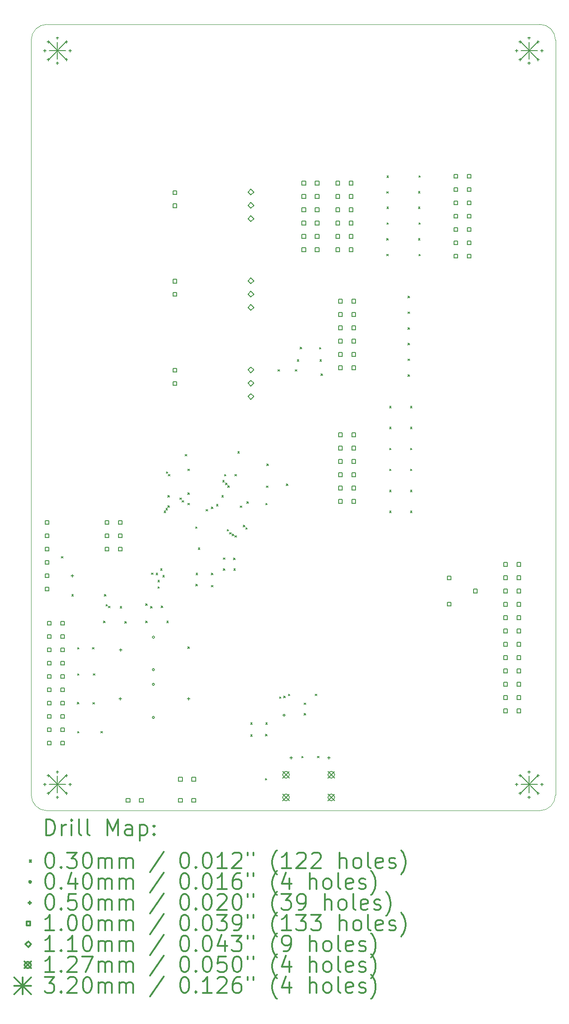
<source format=gbr>
%FSLAX45Y45*%
G04 Gerber Fmt 4.5, Leading zero omitted, Abs format (unit mm)*
G04 Created by KiCad (PCBNEW (5.1.2-1)-1) date 2020-01-30 23:37:23*
%MOMM*%
%LPD*%
G04 APERTURE LIST*
%ADD10C,0.050000*%
%ADD11C,0.200000*%
%ADD12C,0.300000*%
G04 APERTURE END LIST*
D10*
X11200000Y-19500000D02*
G75*
G02X10900000Y-19800000I-300000J0D01*
G01*
X10900000Y-4800000D02*
G75*
G02X11200000Y-5100000I0J-300000D01*
G01*
X1200000Y-5100000D02*
G75*
G02X1500000Y-4800000I300000J0D01*
G01*
X1500000Y-19800000D02*
G75*
G02X1200000Y-19500000I0J300000D01*
G01*
X11200000Y-5100000D02*
X11200000Y-19500000D01*
X1500000Y-4800000D02*
X10900000Y-4800000D01*
X1200000Y-10100000D02*
X1200000Y-5100000D01*
X1200000Y-10100000D02*
X1200000Y-19500000D01*
X1500000Y-19800000D02*
X10900000Y-19800000D01*
D11*
X1775000Y-14951300D02*
X1805000Y-14981300D01*
X1805000Y-14951300D02*
X1775000Y-14981300D01*
X1975000Y-15675000D02*
X2005000Y-15705000D01*
X2005000Y-15675000D02*
X1975000Y-15705000D01*
X2081000Y-17731000D02*
X2111000Y-17761000D01*
X2111000Y-17731000D02*
X2081000Y-17761000D01*
X2085000Y-16685000D02*
X2115000Y-16715000D01*
X2115000Y-16685000D02*
X2085000Y-16715000D01*
X2085000Y-17185000D02*
X2115000Y-17215000D01*
X2115000Y-17185000D02*
X2085000Y-17215000D01*
X2085000Y-18285000D02*
X2115000Y-18315000D01*
X2115000Y-18285000D02*
X2085000Y-18315000D01*
X2365000Y-16685000D02*
X2395000Y-16715000D01*
X2395000Y-16685000D02*
X2365000Y-16715000D01*
X2375000Y-17735000D02*
X2405000Y-17765000D01*
X2405000Y-17735000D02*
X2375000Y-17765000D01*
X2385000Y-17185000D02*
X2415000Y-17215000D01*
X2415000Y-17185000D02*
X2385000Y-17215000D01*
X2530000Y-18285000D02*
X2560000Y-18315000D01*
X2560000Y-18285000D02*
X2530000Y-18315000D01*
X2580000Y-16185000D02*
X2610000Y-16215000D01*
X2610000Y-16185000D02*
X2580000Y-16215000D01*
X2595000Y-15675000D02*
X2625000Y-15705000D01*
X2625000Y-15675000D02*
X2595000Y-15705000D01*
X2625000Y-15865000D02*
X2655000Y-15895000D01*
X2655000Y-15865000D02*
X2625000Y-15895000D01*
X2671160Y-15899620D02*
X2701160Y-15929620D01*
X2701160Y-15899620D02*
X2671160Y-15929620D01*
X2895000Y-15905000D02*
X2925000Y-15935000D01*
X2925000Y-15905000D02*
X2895000Y-15935000D01*
X2985000Y-16190000D02*
X3015000Y-16220000D01*
X3015000Y-16190000D02*
X2985000Y-16220000D01*
X3385000Y-15855000D02*
X3415000Y-15885000D01*
X3415000Y-15855000D02*
X3385000Y-15885000D01*
X3385000Y-16185000D02*
X3415000Y-16215000D01*
X3415000Y-16185000D02*
X3385000Y-16215000D01*
X3475000Y-15905000D02*
X3505000Y-15935000D01*
X3505000Y-15905000D02*
X3475000Y-15935000D01*
X3495000Y-15265000D02*
X3525000Y-15295000D01*
X3525000Y-15265000D02*
X3495000Y-15295000D01*
X3580000Y-15270000D02*
X3610000Y-15300000D01*
X3610000Y-15270000D02*
X3580000Y-15300000D01*
X3615000Y-15405000D02*
X3645000Y-15435000D01*
X3645000Y-15405000D02*
X3615000Y-15435000D01*
X3615000Y-15525000D02*
X3645000Y-15555000D01*
X3645000Y-15525000D02*
X3615000Y-15555000D01*
X3665000Y-15185000D02*
X3695000Y-15215000D01*
X3695000Y-15185000D02*
X3665000Y-15215000D01*
X3677475Y-15893529D02*
X3707475Y-15923529D01*
X3707475Y-15893529D02*
X3677475Y-15923529D01*
X3710000Y-15310000D02*
X3740000Y-15340000D01*
X3740000Y-15310000D02*
X3710000Y-15340000D01*
X3735000Y-14085000D02*
X3765000Y-14115000D01*
X3765000Y-14085000D02*
X3735000Y-14115000D01*
X3766430Y-14031426D02*
X3796430Y-14061426D01*
X3796430Y-14031426D02*
X3766430Y-14061426D01*
X3775000Y-13335000D02*
X3805000Y-13365000D01*
X3805000Y-13335000D02*
X3775000Y-13365000D01*
X3785000Y-16185000D02*
X3815000Y-16215000D01*
X3815000Y-16185000D02*
X3785000Y-16215000D01*
X3804886Y-13983525D02*
X3834886Y-14013525D01*
X3834886Y-13983525D02*
X3804886Y-14013525D01*
X3805000Y-13785000D02*
X3835000Y-13815000D01*
X3835000Y-13785000D02*
X3805000Y-13815000D01*
X3815000Y-13385000D02*
X3845000Y-13415000D01*
X3845000Y-13385000D02*
X3815000Y-13415000D01*
X4035000Y-13835000D02*
X4065000Y-13865000D01*
X4065000Y-13835000D02*
X4035000Y-13865000D01*
X4075000Y-13885000D02*
X4105000Y-13915000D01*
X4105000Y-13885000D02*
X4075000Y-13915000D01*
X4135000Y-13005000D02*
X4165000Y-13035000D01*
X4165000Y-13005000D02*
X4135000Y-13035000D01*
X4185000Y-13285000D02*
X4215000Y-13315000D01*
X4215000Y-13285000D02*
X4185000Y-13315000D01*
X4185000Y-13735000D02*
X4215000Y-13765000D01*
X4215000Y-13735000D02*
X4185000Y-13765000D01*
X4185000Y-13935000D02*
X4215000Y-13965000D01*
X4215000Y-13935000D02*
X4185000Y-13965000D01*
X4185000Y-16675000D02*
X4215000Y-16705000D01*
X4215000Y-16675000D02*
X4185000Y-16705000D01*
X4335000Y-14385000D02*
X4365000Y-14415000D01*
X4365000Y-14385000D02*
X4335000Y-14415000D01*
X4340000Y-15480000D02*
X4370000Y-15510000D01*
X4370000Y-15480000D02*
X4340000Y-15510000D01*
X4345000Y-15270000D02*
X4375000Y-15300000D01*
X4375000Y-15270000D02*
X4345000Y-15300000D01*
X4385000Y-14785000D02*
X4415000Y-14815000D01*
X4415000Y-14785000D02*
X4385000Y-14815000D01*
X4535000Y-14055000D02*
X4565000Y-14085000D01*
X4565000Y-14055000D02*
X4535000Y-14085000D01*
X4635000Y-14005000D02*
X4665000Y-14035000D01*
X4665000Y-14005000D02*
X4635000Y-14035000D01*
X4635000Y-15270000D02*
X4665000Y-15300000D01*
X4665000Y-15270000D02*
X4635000Y-15300000D01*
X4635000Y-15500000D02*
X4665000Y-15530000D01*
X4665000Y-15500000D02*
X4635000Y-15530000D01*
X4734188Y-13954188D02*
X4764188Y-13984188D01*
X4764188Y-13954188D02*
X4734188Y-13984188D01*
X4835000Y-13785000D02*
X4865000Y-13815000D01*
X4865000Y-13785000D02*
X4835000Y-13815000D01*
X4850141Y-13499859D02*
X4880141Y-13529859D01*
X4880141Y-13499859D02*
X4850141Y-13529859D01*
X4865000Y-14975000D02*
X4895000Y-15005000D01*
X4895000Y-14975000D02*
X4865000Y-15005000D01*
X4865000Y-15185000D02*
X4895000Y-15215000D01*
X4895000Y-15185000D02*
X4865000Y-15215000D01*
X4885000Y-13385000D02*
X4915000Y-13415000D01*
X4915000Y-13385000D02*
X4885000Y-13415000D01*
X4905000Y-13547759D02*
X4935000Y-13577759D01*
X4935000Y-13547759D02*
X4905000Y-13577759D01*
X4935000Y-14435000D02*
X4965000Y-14465000D01*
X4965000Y-14435000D02*
X4935000Y-14465000D01*
X4950141Y-13599859D02*
X4980141Y-13629859D01*
X4980141Y-13599859D02*
X4950141Y-13629859D01*
X4985000Y-14495000D02*
X5015000Y-14525000D01*
X5015000Y-14495000D02*
X4985000Y-14525000D01*
X5035000Y-14525000D02*
X5065000Y-14555000D01*
X5065000Y-14525000D02*
X5035000Y-14555000D01*
X5060000Y-14980000D02*
X5090000Y-15010000D01*
X5090000Y-14980000D02*
X5060000Y-15010000D01*
X5065000Y-15185000D02*
X5095000Y-15215000D01*
X5095000Y-15185000D02*
X5065000Y-15215000D01*
X5085000Y-13385000D02*
X5115000Y-13415000D01*
X5115000Y-13385000D02*
X5085000Y-13415000D01*
X5085000Y-14554999D02*
X5115000Y-14584999D01*
X5115000Y-14554999D02*
X5085000Y-14584999D01*
X5138871Y-12948870D02*
X5168871Y-12978870D01*
X5168871Y-12948870D02*
X5138871Y-12978870D01*
X5185000Y-13985000D02*
X5215000Y-14015000D01*
X5215000Y-13985000D02*
X5185000Y-14015000D01*
X5245986Y-14354362D02*
X5275986Y-14384362D01*
X5275986Y-14354362D02*
X5245986Y-14384362D01*
X5293886Y-14399188D02*
X5323886Y-14429188D01*
X5323886Y-14399188D02*
X5293886Y-14429188D01*
X5315000Y-13905000D02*
X5345000Y-13935000D01*
X5345000Y-13905000D02*
X5315000Y-13935000D01*
X5385000Y-18120000D02*
X5415000Y-18150000D01*
X5415000Y-18120000D02*
X5385000Y-18150000D01*
X5385000Y-18350000D02*
X5415000Y-18380000D01*
X5415000Y-18350000D02*
X5385000Y-18380000D01*
X5665000Y-19185000D02*
X5695000Y-19215000D01*
X5695000Y-19185000D02*
X5665000Y-19215000D01*
X5670000Y-18340000D02*
X5700000Y-18370000D01*
X5700000Y-18340000D02*
X5670000Y-18370000D01*
X5675000Y-13935000D02*
X5705000Y-13965000D01*
X5705000Y-13935000D02*
X5675000Y-13965000D01*
X5675000Y-18120000D02*
X5705000Y-18150000D01*
X5705000Y-18120000D02*
X5675000Y-18150000D01*
X5685000Y-13605000D02*
X5715000Y-13635000D01*
X5715000Y-13605000D02*
X5685000Y-13635000D01*
X5693870Y-13183870D02*
X5723870Y-13213870D01*
X5723870Y-13183870D02*
X5693870Y-13213870D01*
X5905000Y-11385000D02*
X5935000Y-11415000D01*
X5935000Y-11385000D02*
X5905000Y-11415000D01*
X5935000Y-17625000D02*
X5965000Y-17655000D01*
X5965000Y-17625000D02*
X5935000Y-17655000D01*
X6015000Y-17615000D02*
X6045000Y-17645000D01*
X6045000Y-17615000D02*
X6015000Y-17645000D01*
X6065000Y-13565000D02*
X6095000Y-13595000D01*
X6095000Y-13565000D02*
X6065000Y-13595000D01*
X6105000Y-17575000D02*
X6135000Y-17605000D01*
X6135000Y-17575000D02*
X6105000Y-17605000D01*
X6235000Y-11385000D02*
X6265000Y-11415000D01*
X6265000Y-11385000D02*
X6235000Y-11415000D01*
X6275000Y-11195000D02*
X6305000Y-11225000D01*
X6305000Y-11195000D02*
X6275000Y-11225000D01*
X6328296Y-10958296D02*
X6358296Y-10988296D01*
X6358296Y-10958296D02*
X6328296Y-10988296D01*
X6360000Y-18760000D02*
X6390000Y-18790000D01*
X6390000Y-18760000D02*
X6360000Y-18790000D01*
X6405000Y-17745000D02*
X6435000Y-17775000D01*
X6435000Y-17745000D02*
X6405000Y-17775000D01*
X6405000Y-17945000D02*
X6435000Y-17975000D01*
X6435000Y-17945000D02*
X6405000Y-17975000D01*
X6615000Y-17575000D02*
X6645000Y-17605000D01*
X6645000Y-17575000D02*
X6615000Y-17605000D01*
X6660950Y-18760950D02*
X6690950Y-18790950D01*
X6690950Y-18760950D02*
X6660950Y-18790950D01*
X6699102Y-10965000D02*
X6729102Y-10995000D01*
X6729102Y-10965000D02*
X6699102Y-10995000D01*
X6705000Y-11195000D02*
X6735000Y-11225000D01*
X6735000Y-11195000D02*
X6705000Y-11225000D01*
X6725000Y-11465000D02*
X6755000Y-11495000D01*
X6755000Y-11465000D02*
X6725000Y-11495000D01*
X7980000Y-7990000D02*
X8010000Y-8020000D01*
X8010000Y-7990000D02*
X7980000Y-8020000D01*
X7980000Y-8885000D02*
X8010000Y-8915000D01*
X8010000Y-8885000D02*
X7980000Y-8915000D01*
X7980000Y-9185000D02*
X8010000Y-9215000D01*
X8010000Y-9185000D02*
X7980000Y-9215000D01*
X7985000Y-7690000D02*
X8015000Y-7720000D01*
X8015000Y-7690000D02*
X7985000Y-7720000D01*
X7985000Y-8285000D02*
X8015000Y-8315000D01*
X8015000Y-8285000D02*
X7985000Y-8315000D01*
X7985000Y-8585000D02*
X8015000Y-8615000D01*
X8015000Y-8585000D02*
X7985000Y-8615000D01*
X8035000Y-12085000D02*
X8065000Y-12115000D01*
X8065000Y-12085000D02*
X8035000Y-12115000D01*
X8035000Y-12485000D02*
X8065000Y-12515000D01*
X8065000Y-12485000D02*
X8035000Y-12515000D01*
X8035000Y-12885000D02*
X8065000Y-12915000D01*
X8065000Y-12885000D02*
X8035000Y-12915000D01*
X8035000Y-13285000D02*
X8065000Y-13315000D01*
X8065000Y-13285000D02*
X8035000Y-13315000D01*
X8035000Y-13685000D02*
X8065000Y-13715000D01*
X8065000Y-13685000D02*
X8035000Y-13715000D01*
X8035000Y-14085000D02*
X8065000Y-14115000D01*
X8065000Y-14085000D02*
X8035000Y-14115000D01*
X8385000Y-9985000D02*
X8415000Y-10015000D01*
X8415000Y-9985000D02*
X8385000Y-10015000D01*
X8385000Y-10285000D02*
X8415000Y-10315000D01*
X8415000Y-10285000D02*
X8385000Y-10315000D01*
X8385000Y-10585000D02*
X8415000Y-10615000D01*
X8415000Y-10585000D02*
X8385000Y-10615000D01*
X8385000Y-10885000D02*
X8415000Y-10915000D01*
X8415000Y-10885000D02*
X8385000Y-10915000D01*
X8385000Y-11185000D02*
X8415000Y-11215000D01*
X8415000Y-11185000D02*
X8385000Y-11215000D01*
X8385000Y-11485000D02*
X8415000Y-11515000D01*
X8415000Y-11485000D02*
X8385000Y-11515000D01*
X8435000Y-12085000D02*
X8465000Y-12115000D01*
X8465000Y-12085000D02*
X8435000Y-12115000D01*
X8435000Y-12485000D02*
X8465000Y-12515000D01*
X8465000Y-12485000D02*
X8435000Y-12515000D01*
X8435000Y-12885000D02*
X8465000Y-12915000D01*
X8465000Y-12885000D02*
X8435000Y-12915000D01*
X8435000Y-13285000D02*
X8465000Y-13315000D01*
X8465000Y-13285000D02*
X8435000Y-13315000D01*
X8435000Y-13685000D02*
X8465000Y-13715000D01*
X8465000Y-13685000D02*
X8435000Y-13715000D01*
X8435000Y-14085000D02*
X8465000Y-14115000D01*
X8465000Y-14085000D02*
X8435000Y-14115000D01*
X8585000Y-7985000D02*
X8615000Y-8015000D01*
X8615000Y-7985000D02*
X8585000Y-8015000D01*
X8585000Y-8285000D02*
X8615000Y-8315000D01*
X8615000Y-8285000D02*
X8585000Y-8315000D01*
X8585000Y-8885000D02*
X8615000Y-8915000D01*
X8615000Y-8885000D02*
X8585000Y-8915000D01*
X8595000Y-7685000D02*
X8625000Y-7715000D01*
X8625000Y-7685000D02*
X8595000Y-7715000D01*
X8595000Y-8585000D02*
X8625000Y-8615000D01*
X8625000Y-8585000D02*
X8595000Y-8615000D01*
X8595000Y-9185000D02*
X8625000Y-9215000D01*
X8625000Y-9185000D02*
X8595000Y-9215000D01*
X3550000Y-16490000D02*
G75*
G03X3550000Y-16490000I-20000J0D01*
G01*
X3550000Y-17110000D02*
G75*
G03X3550000Y-17110000I-20000J0D01*
G01*
X3550000Y-17390000D02*
G75*
G03X3550000Y-17390000I-20000J0D01*
G01*
X3550000Y-18020000D02*
G75*
G03X3550000Y-18020000I-20000J0D01*
G01*
X1985000Y-15290000D02*
X1985000Y-15340000D01*
X1960000Y-15315000D02*
X2010000Y-15315000D01*
X2895000Y-17640000D02*
X2895000Y-17690000D01*
X2870000Y-17665000D02*
X2920000Y-17665000D01*
X2905000Y-16705000D02*
X2905000Y-16755000D01*
X2880000Y-16730000D02*
X2930000Y-16730000D01*
X4200000Y-17640000D02*
X4200000Y-17690000D01*
X4175000Y-17665000D02*
X4225000Y-17665000D01*
X6024998Y-17950000D02*
X6024998Y-18000000D01*
X5999998Y-17975000D02*
X6049998Y-17975000D01*
X6160000Y-18765000D02*
X6160000Y-18815000D01*
X6135000Y-18790000D02*
X6185000Y-18790000D01*
X6880000Y-18760000D02*
X6880000Y-18810000D01*
X6855000Y-18785000D02*
X6905000Y-18785000D01*
X1460000Y-5275000D02*
X1460000Y-5325000D01*
X1435000Y-5300000D02*
X1485000Y-5300000D01*
X1530294Y-5105294D02*
X1530294Y-5155294D01*
X1505294Y-5130294D02*
X1555294Y-5130294D01*
X1530294Y-5444706D02*
X1530294Y-5494706D01*
X1505294Y-5469706D02*
X1555294Y-5469706D01*
X1700000Y-5035000D02*
X1700000Y-5085000D01*
X1675000Y-5060000D02*
X1725000Y-5060000D01*
X1700000Y-5515000D02*
X1700000Y-5565000D01*
X1675000Y-5540000D02*
X1725000Y-5540000D01*
X1869706Y-5105294D02*
X1869706Y-5155294D01*
X1844706Y-5130294D02*
X1894706Y-5130294D01*
X1869706Y-5444706D02*
X1869706Y-5494706D01*
X1844706Y-5469706D02*
X1894706Y-5469706D01*
X1940000Y-5275000D02*
X1940000Y-5325000D01*
X1915000Y-5300000D02*
X1965000Y-5300000D01*
X10460000Y-5275000D02*
X10460000Y-5325000D01*
X10435000Y-5300000D02*
X10485000Y-5300000D01*
X10530294Y-5105294D02*
X10530294Y-5155294D01*
X10505294Y-5130294D02*
X10555294Y-5130294D01*
X10530294Y-5444706D02*
X10530294Y-5494706D01*
X10505294Y-5469706D02*
X10555294Y-5469706D01*
X10700000Y-5035000D02*
X10700000Y-5085000D01*
X10675000Y-5060000D02*
X10725000Y-5060000D01*
X10700000Y-5515000D02*
X10700000Y-5565000D01*
X10675000Y-5540000D02*
X10725000Y-5540000D01*
X10869706Y-5105294D02*
X10869706Y-5155294D01*
X10844706Y-5130294D02*
X10894706Y-5130294D01*
X10869706Y-5444706D02*
X10869706Y-5494706D01*
X10844706Y-5469706D02*
X10894706Y-5469706D01*
X10940000Y-5275000D02*
X10940000Y-5325000D01*
X10915000Y-5300000D02*
X10965000Y-5300000D01*
X1460000Y-19275000D02*
X1460000Y-19325000D01*
X1435000Y-19300000D02*
X1485000Y-19300000D01*
X1530294Y-19105294D02*
X1530294Y-19155294D01*
X1505294Y-19130294D02*
X1555294Y-19130294D01*
X1530294Y-19444706D02*
X1530294Y-19494706D01*
X1505294Y-19469706D02*
X1555294Y-19469706D01*
X1700000Y-19035000D02*
X1700000Y-19085000D01*
X1675000Y-19060000D02*
X1725000Y-19060000D01*
X1700000Y-19515000D02*
X1700000Y-19565000D01*
X1675000Y-19540000D02*
X1725000Y-19540000D01*
X1869706Y-19105294D02*
X1869706Y-19155294D01*
X1844706Y-19130294D02*
X1894706Y-19130294D01*
X1869706Y-19444706D02*
X1869706Y-19494706D01*
X1844706Y-19469706D02*
X1894706Y-19469706D01*
X1940000Y-19275000D02*
X1940000Y-19325000D01*
X1915000Y-19300000D02*
X1965000Y-19300000D01*
X10460000Y-19275000D02*
X10460000Y-19325000D01*
X10435000Y-19300000D02*
X10485000Y-19300000D01*
X10530294Y-19105294D02*
X10530294Y-19155294D01*
X10505294Y-19130294D02*
X10555294Y-19130294D01*
X10530294Y-19444706D02*
X10530294Y-19494706D01*
X10505294Y-19469706D02*
X10555294Y-19469706D01*
X10700000Y-19035000D02*
X10700000Y-19085000D01*
X10675000Y-19060000D02*
X10725000Y-19060000D01*
X10700000Y-19515000D02*
X10700000Y-19565000D01*
X10675000Y-19540000D02*
X10725000Y-19540000D01*
X10869706Y-19105294D02*
X10869706Y-19155294D01*
X10844706Y-19130294D02*
X10894706Y-19130294D01*
X10869706Y-19444706D02*
X10869706Y-19494706D01*
X10844706Y-19469706D02*
X10894706Y-19469706D01*
X10940000Y-19275000D02*
X10940000Y-19325000D01*
X10915000Y-19300000D02*
X10965000Y-19300000D01*
X9205356Y-15395356D02*
X9205356Y-15324644D01*
X9134644Y-15324644D01*
X9134644Y-15395356D01*
X9205356Y-15395356D01*
X9205356Y-15895356D02*
X9205356Y-15824644D01*
X9134644Y-15824644D01*
X9134644Y-15895356D01*
X9205356Y-15895356D01*
X9705356Y-15645356D02*
X9705356Y-15574644D01*
X9634644Y-15574644D01*
X9634644Y-15645356D01*
X9705356Y-15645356D01*
X4081356Y-19635356D02*
X4081356Y-19564644D01*
X4010644Y-19564644D01*
X4010644Y-19635356D01*
X4081356Y-19635356D01*
X4335356Y-19635356D02*
X4335356Y-19564644D01*
X4264644Y-19564644D01*
X4264644Y-19635356D01*
X4335356Y-19635356D01*
X1535356Y-14335356D02*
X1535356Y-14264644D01*
X1464644Y-14264644D01*
X1464644Y-14335356D01*
X1535356Y-14335356D01*
X1535356Y-14589356D02*
X1535356Y-14518644D01*
X1464644Y-14518644D01*
X1464644Y-14589356D01*
X1535356Y-14589356D01*
X1535356Y-14843356D02*
X1535356Y-14772644D01*
X1464644Y-14772644D01*
X1464644Y-14843356D01*
X1535356Y-14843356D01*
X1535356Y-15097356D02*
X1535356Y-15026644D01*
X1464644Y-15026644D01*
X1464644Y-15097356D01*
X1535356Y-15097356D01*
X1535356Y-15351356D02*
X1535356Y-15280644D01*
X1464644Y-15280644D01*
X1464644Y-15351356D01*
X1535356Y-15351356D01*
X1535356Y-15605356D02*
X1535356Y-15534644D01*
X1464644Y-15534644D01*
X1464644Y-15605356D01*
X1535356Y-15605356D01*
X7081356Y-7865356D02*
X7081356Y-7794644D01*
X7010644Y-7794644D01*
X7010644Y-7865356D01*
X7081356Y-7865356D01*
X7081356Y-8119356D02*
X7081356Y-8048644D01*
X7010644Y-8048644D01*
X7010644Y-8119356D01*
X7081356Y-8119356D01*
X7081356Y-8373356D02*
X7081356Y-8302644D01*
X7010644Y-8302644D01*
X7010644Y-8373356D01*
X7081356Y-8373356D01*
X7081356Y-8627356D02*
X7081356Y-8556644D01*
X7010644Y-8556644D01*
X7010644Y-8627356D01*
X7081356Y-8627356D01*
X7081356Y-8881356D02*
X7081356Y-8810644D01*
X7010644Y-8810644D01*
X7010644Y-8881356D01*
X7081356Y-8881356D01*
X7081356Y-9135356D02*
X7081356Y-9064644D01*
X7010644Y-9064644D01*
X7010644Y-9135356D01*
X7081356Y-9135356D01*
X7335356Y-7865356D02*
X7335356Y-7794644D01*
X7264644Y-7794644D01*
X7264644Y-7865356D01*
X7335356Y-7865356D01*
X7335356Y-8119356D02*
X7335356Y-8048644D01*
X7264644Y-8048644D01*
X7264644Y-8119356D01*
X7335356Y-8119356D01*
X7335356Y-8373356D02*
X7335356Y-8302644D01*
X7264644Y-8302644D01*
X7264644Y-8373356D01*
X7335356Y-8373356D01*
X7335356Y-8627356D02*
X7335356Y-8556644D01*
X7264644Y-8556644D01*
X7264644Y-8627356D01*
X7335356Y-8627356D01*
X7335356Y-8881356D02*
X7335356Y-8810644D01*
X7264644Y-8810644D01*
X7264644Y-8881356D01*
X7335356Y-8881356D01*
X7335356Y-9135356D02*
X7335356Y-9064644D01*
X7264644Y-9064644D01*
X7264644Y-9135356D01*
X7335356Y-9135356D01*
X3975356Y-9735356D02*
X3975356Y-9664644D01*
X3904644Y-9664644D01*
X3904644Y-9735356D01*
X3975356Y-9735356D01*
X3975356Y-9985356D02*
X3975356Y-9914644D01*
X3904644Y-9914644D01*
X3904644Y-9985356D01*
X3975356Y-9985356D01*
X10281356Y-15135356D02*
X10281356Y-15064644D01*
X10210644Y-15064644D01*
X10210644Y-15135356D01*
X10281356Y-15135356D01*
X10281356Y-15389356D02*
X10281356Y-15318644D01*
X10210644Y-15318644D01*
X10210644Y-15389356D01*
X10281356Y-15389356D01*
X10281356Y-15643356D02*
X10281356Y-15572644D01*
X10210644Y-15572644D01*
X10210644Y-15643356D01*
X10281356Y-15643356D01*
X10281356Y-15897356D02*
X10281356Y-15826644D01*
X10210644Y-15826644D01*
X10210644Y-15897356D01*
X10281356Y-15897356D01*
X10281356Y-16151356D02*
X10281356Y-16080644D01*
X10210644Y-16080644D01*
X10210644Y-16151356D01*
X10281356Y-16151356D01*
X10281356Y-16405356D02*
X10281356Y-16334644D01*
X10210644Y-16334644D01*
X10210644Y-16405356D01*
X10281356Y-16405356D01*
X10281356Y-16659356D02*
X10281356Y-16588644D01*
X10210644Y-16588644D01*
X10210644Y-16659356D01*
X10281356Y-16659356D01*
X10281356Y-16913356D02*
X10281356Y-16842644D01*
X10210644Y-16842644D01*
X10210644Y-16913356D01*
X10281356Y-16913356D01*
X10281356Y-17167356D02*
X10281356Y-17096644D01*
X10210644Y-17096644D01*
X10210644Y-17167356D01*
X10281356Y-17167356D01*
X10281356Y-17421356D02*
X10281356Y-17350644D01*
X10210644Y-17350644D01*
X10210644Y-17421356D01*
X10281356Y-17421356D01*
X10281356Y-17675356D02*
X10281356Y-17604644D01*
X10210644Y-17604644D01*
X10210644Y-17675356D01*
X10281356Y-17675356D01*
X10281356Y-17929356D02*
X10281356Y-17858644D01*
X10210644Y-17858644D01*
X10210644Y-17929356D01*
X10281356Y-17929356D01*
X10535356Y-15135356D02*
X10535356Y-15064644D01*
X10464644Y-15064644D01*
X10464644Y-15135356D01*
X10535356Y-15135356D01*
X10535356Y-15389356D02*
X10535356Y-15318644D01*
X10464644Y-15318644D01*
X10464644Y-15389356D01*
X10535356Y-15389356D01*
X10535356Y-15643356D02*
X10535356Y-15572644D01*
X10464644Y-15572644D01*
X10464644Y-15643356D01*
X10535356Y-15643356D01*
X10535356Y-15897356D02*
X10535356Y-15826644D01*
X10464644Y-15826644D01*
X10464644Y-15897356D01*
X10535356Y-15897356D01*
X10535356Y-16151356D02*
X10535356Y-16080644D01*
X10464644Y-16080644D01*
X10464644Y-16151356D01*
X10535356Y-16151356D01*
X10535356Y-16405356D02*
X10535356Y-16334644D01*
X10464644Y-16334644D01*
X10464644Y-16405356D01*
X10535356Y-16405356D01*
X10535356Y-16659356D02*
X10535356Y-16588644D01*
X10464644Y-16588644D01*
X10464644Y-16659356D01*
X10535356Y-16659356D01*
X10535356Y-16913356D02*
X10535356Y-16842644D01*
X10464644Y-16842644D01*
X10464644Y-16913356D01*
X10535356Y-16913356D01*
X10535356Y-17167356D02*
X10535356Y-17096644D01*
X10464644Y-17096644D01*
X10464644Y-17167356D01*
X10535356Y-17167356D01*
X10535356Y-17421356D02*
X10535356Y-17350644D01*
X10464644Y-17350644D01*
X10464644Y-17421356D01*
X10535356Y-17421356D01*
X10535356Y-17675356D02*
X10535356Y-17604644D01*
X10464644Y-17604644D01*
X10464644Y-17675356D01*
X10535356Y-17675356D01*
X10535356Y-17929356D02*
X10535356Y-17858644D01*
X10464644Y-17858644D01*
X10464644Y-17929356D01*
X10535356Y-17929356D01*
X6435356Y-7865356D02*
X6435356Y-7794644D01*
X6364644Y-7794644D01*
X6364644Y-7865356D01*
X6435356Y-7865356D01*
X6435356Y-8119356D02*
X6435356Y-8048644D01*
X6364644Y-8048644D01*
X6364644Y-8119356D01*
X6435356Y-8119356D01*
X6435356Y-8373356D02*
X6435356Y-8302644D01*
X6364644Y-8302644D01*
X6364644Y-8373356D01*
X6435356Y-8373356D01*
X6435356Y-8627356D02*
X6435356Y-8556644D01*
X6364644Y-8556644D01*
X6364644Y-8627356D01*
X6435356Y-8627356D01*
X6435356Y-8881356D02*
X6435356Y-8810644D01*
X6364644Y-8810644D01*
X6364644Y-8881356D01*
X6435356Y-8881356D01*
X6435356Y-9135356D02*
X6435356Y-9064644D01*
X6364644Y-9064644D01*
X6364644Y-9135356D01*
X6435356Y-9135356D01*
X6689356Y-7865356D02*
X6689356Y-7794644D01*
X6618644Y-7794644D01*
X6618644Y-7865356D01*
X6689356Y-7865356D01*
X6689356Y-8119356D02*
X6689356Y-8048644D01*
X6618644Y-8048644D01*
X6618644Y-8119356D01*
X6689356Y-8119356D01*
X6689356Y-8373356D02*
X6689356Y-8302644D01*
X6618644Y-8302644D01*
X6618644Y-8373356D01*
X6689356Y-8373356D01*
X6689356Y-8627356D02*
X6689356Y-8556644D01*
X6618644Y-8556644D01*
X6618644Y-8627356D01*
X6689356Y-8627356D01*
X6689356Y-8881356D02*
X6689356Y-8810644D01*
X6618644Y-8810644D01*
X6618644Y-8881356D01*
X6689356Y-8881356D01*
X6689356Y-9135356D02*
X6689356Y-9064644D01*
X6618644Y-9064644D01*
X6618644Y-9135356D01*
X6689356Y-9135356D01*
X3975356Y-8045356D02*
X3975356Y-7974644D01*
X3904644Y-7974644D01*
X3904644Y-8045356D01*
X3975356Y-8045356D01*
X3975356Y-8295356D02*
X3975356Y-8224644D01*
X3904644Y-8224644D01*
X3904644Y-8295356D01*
X3975356Y-8295356D01*
X7131356Y-12665356D02*
X7131356Y-12594644D01*
X7060644Y-12594644D01*
X7060644Y-12665356D01*
X7131356Y-12665356D01*
X7131356Y-12919356D02*
X7131356Y-12848644D01*
X7060644Y-12848644D01*
X7060644Y-12919356D01*
X7131356Y-12919356D01*
X7131356Y-13173356D02*
X7131356Y-13102644D01*
X7060644Y-13102644D01*
X7060644Y-13173356D01*
X7131356Y-13173356D01*
X7131356Y-13427356D02*
X7131356Y-13356644D01*
X7060644Y-13356644D01*
X7060644Y-13427356D01*
X7131356Y-13427356D01*
X7131356Y-13681356D02*
X7131356Y-13610644D01*
X7060644Y-13610644D01*
X7060644Y-13681356D01*
X7131356Y-13681356D01*
X7131356Y-13935356D02*
X7131356Y-13864644D01*
X7060644Y-13864644D01*
X7060644Y-13935356D01*
X7131356Y-13935356D01*
X7385356Y-12665356D02*
X7385356Y-12594644D01*
X7314644Y-12594644D01*
X7314644Y-12665356D01*
X7385356Y-12665356D01*
X7385356Y-12919356D02*
X7385356Y-12848644D01*
X7314644Y-12848644D01*
X7314644Y-12919356D01*
X7385356Y-12919356D01*
X7385356Y-13173356D02*
X7385356Y-13102644D01*
X7314644Y-13102644D01*
X7314644Y-13173356D01*
X7385356Y-13173356D01*
X7385356Y-13427356D02*
X7385356Y-13356644D01*
X7314644Y-13356644D01*
X7314644Y-13427356D01*
X7385356Y-13427356D01*
X7385356Y-13681356D02*
X7385356Y-13610644D01*
X7314644Y-13610644D01*
X7314644Y-13681356D01*
X7385356Y-13681356D01*
X7385356Y-13935356D02*
X7385356Y-13864644D01*
X7314644Y-13864644D01*
X7314644Y-13935356D01*
X7385356Y-13935356D01*
X3081356Y-19635356D02*
X3081356Y-19564644D01*
X3010644Y-19564644D01*
X3010644Y-19635356D01*
X3081356Y-19635356D01*
X3335356Y-19635356D02*
X3335356Y-19564644D01*
X3264644Y-19564644D01*
X3264644Y-19635356D01*
X3335356Y-19635356D01*
X7131356Y-10115356D02*
X7131356Y-10044644D01*
X7060644Y-10044644D01*
X7060644Y-10115356D01*
X7131356Y-10115356D01*
X7131356Y-10369356D02*
X7131356Y-10298644D01*
X7060644Y-10298644D01*
X7060644Y-10369356D01*
X7131356Y-10369356D01*
X7131356Y-10623356D02*
X7131356Y-10552644D01*
X7060644Y-10552644D01*
X7060644Y-10623356D01*
X7131356Y-10623356D01*
X7131356Y-10877356D02*
X7131356Y-10806644D01*
X7060644Y-10806644D01*
X7060644Y-10877356D01*
X7131356Y-10877356D01*
X7131356Y-11131356D02*
X7131356Y-11060644D01*
X7060644Y-11060644D01*
X7060644Y-11131356D01*
X7131356Y-11131356D01*
X7131356Y-11385356D02*
X7131356Y-11314644D01*
X7060644Y-11314644D01*
X7060644Y-11385356D01*
X7131356Y-11385356D01*
X7385356Y-10115356D02*
X7385356Y-10044644D01*
X7314644Y-10044644D01*
X7314644Y-10115356D01*
X7385356Y-10115356D01*
X7385356Y-10369356D02*
X7385356Y-10298644D01*
X7314644Y-10298644D01*
X7314644Y-10369356D01*
X7385356Y-10369356D01*
X7385356Y-10623356D02*
X7385356Y-10552644D01*
X7314644Y-10552644D01*
X7314644Y-10623356D01*
X7385356Y-10623356D01*
X7385356Y-10877356D02*
X7385356Y-10806644D01*
X7314644Y-10806644D01*
X7314644Y-10877356D01*
X7385356Y-10877356D01*
X7385356Y-11131356D02*
X7385356Y-11060644D01*
X7314644Y-11060644D01*
X7314644Y-11131356D01*
X7385356Y-11131356D01*
X7385356Y-11385356D02*
X7385356Y-11314644D01*
X7314644Y-11314644D01*
X7314644Y-11385356D01*
X7385356Y-11385356D01*
X9335356Y-7735356D02*
X9335356Y-7664644D01*
X9264644Y-7664644D01*
X9264644Y-7735356D01*
X9335356Y-7735356D01*
X9335356Y-7989356D02*
X9335356Y-7918644D01*
X9264644Y-7918644D01*
X9264644Y-7989356D01*
X9335356Y-7989356D01*
X9335356Y-8243356D02*
X9335356Y-8172644D01*
X9264644Y-8172644D01*
X9264644Y-8243356D01*
X9335356Y-8243356D01*
X9335356Y-8497356D02*
X9335356Y-8426644D01*
X9264644Y-8426644D01*
X9264644Y-8497356D01*
X9335356Y-8497356D01*
X9335356Y-8751356D02*
X9335356Y-8680644D01*
X9264644Y-8680644D01*
X9264644Y-8751356D01*
X9335356Y-8751356D01*
X9335356Y-9005356D02*
X9335356Y-8934644D01*
X9264644Y-8934644D01*
X9264644Y-9005356D01*
X9335356Y-9005356D01*
X9335356Y-9259356D02*
X9335356Y-9188644D01*
X9264644Y-9188644D01*
X9264644Y-9259356D01*
X9335356Y-9259356D01*
X9589356Y-7735356D02*
X9589356Y-7664644D01*
X9518644Y-7664644D01*
X9518644Y-7735356D01*
X9589356Y-7735356D01*
X9589356Y-7989356D02*
X9589356Y-7918644D01*
X9518644Y-7918644D01*
X9518644Y-7989356D01*
X9589356Y-7989356D01*
X9589356Y-8243356D02*
X9589356Y-8172644D01*
X9518644Y-8172644D01*
X9518644Y-8243356D01*
X9589356Y-8243356D01*
X9589356Y-8497356D02*
X9589356Y-8426644D01*
X9518644Y-8426644D01*
X9518644Y-8497356D01*
X9589356Y-8497356D01*
X9589356Y-8751356D02*
X9589356Y-8680644D01*
X9518644Y-8680644D01*
X9518644Y-8751356D01*
X9589356Y-8751356D01*
X9589356Y-9005356D02*
X9589356Y-8934644D01*
X9518644Y-8934644D01*
X9518644Y-9005356D01*
X9589356Y-9005356D01*
X9589356Y-9259356D02*
X9589356Y-9188644D01*
X9518644Y-9188644D01*
X9518644Y-9259356D01*
X9589356Y-9259356D01*
X4081356Y-19235356D02*
X4081356Y-19164644D01*
X4010644Y-19164644D01*
X4010644Y-19235356D01*
X4081356Y-19235356D01*
X4335356Y-19235356D02*
X4335356Y-19164644D01*
X4264644Y-19164644D01*
X4264644Y-19235356D01*
X4335356Y-19235356D01*
X1581356Y-16257356D02*
X1581356Y-16186644D01*
X1510644Y-16186644D01*
X1510644Y-16257356D01*
X1581356Y-16257356D01*
X1581356Y-16511356D02*
X1581356Y-16440644D01*
X1510644Y-16440644D01*
X1510644Y-16511356D01*
X1581356Y-16511356D01*
X1581356Y-16765356D02*
X1581356Y-16694644D01*
X1510644Y-16694644D01*
X1510644Y-16765356D01*
X1581356Y-16765356D01*
X1581356Y-17019356D02*
X1581356Y-16948644D01*
X1510644Y-16948644D01*
X1510644Y-17019356D01*
X1581356Y-17019356D01*
X1581356Y-17273356D02*
X1581356Y-17202644D01*
X1510644Y-17202644D01*
X1510644Y-17273356D01*
X1581356Y-17273356D01*
X1581356Y-17527356D02*
X1581356Y-17456644D01*
X1510644Y-17456644D01*
X1510644Y-17527356D01*
X1581356Y-17527356D01*
X1581356Y-17781356D02*
X1581356Y-17710644D01*
X1510644Y-17710644D01*
X1510644Y-17781356D01*
X1581356Y-17781356D01*
X1581356Y-18035356D02*
X1581356Y-17964644D01*
X1510644Y-17964644D01*
X1510644Y-18035356D01*
X1581356Y-18035356D01*
X1581356Y-18289356D02*
X1581356Y-18218644D01*
X1510644Y-18218644D01*
X1510644Y-18289356D01*
X1581356Y-18289356D01*
X1581356Y-18543356D02*
X1581356Y-18472644D01*
X1510644Y-18472644D01*
X1510644Y-18543356D01*
X1581356Y-18543356D01*
X1835356Y-16257356D02*
X1835356Y-16186644D01*
X1764644Y-16186644D01*
X1764644Y-16257356D01*
X1835356Y-16257356D01*
X1835356Y-16511356D02*
X1835356Y-16440644D01*
X1764644Y-16440644D01*
X1764644Y-16511356D01*
X1835356Y-16511356D01*
X1835356Y-16765356D02*
X1835356Y-16694644D01*
X1764644Y-16694644D01*
X1764644Y-16765356D01*
X1835356Y-16765356D01*
X1835356Y-17019356D02*
X1835356Y-16948644D01*
X1764644Y-16948644D01*
X1764644Y-17019356D01*
X1835356Y-17019356D01*
X1835356Y-17273356D02*
X1835356Y-17202644D01*
X1764644Y-17202644D01*
X1764644Y-17273356D01*
X1835356Y-17273356D01*
X1835356Y-17527356D02*
X1835356Y-17456644D01*
X1764644Y-17456644D01*
X1764644Y-17527356D01*
X1835356Y-17527356D01*
X1835356Y-17781356D02*
X1835356Y-17710644D01*
X1764644Y-17710644D01*
X1764644Y-17781356D01*
X1835356Y-17781356D01*
X1835356Y-18035356D02*
X1835356Y-17964644D01*
X1764644Y-17964644D01*
X1764644Y-18035356D01*
X1835356Y-18035356D01*
X1835356Y-18289356D02*
X1835356Y-18218644D01*
X1764644Y-18218644D01*
X1764644Y-18289356D01*
X1835356Y-18289356D01*
X1835356Y-18543356D02*
X1835356Y-18472644D01*
X1764644Y-18472644D01*
X1764644Y-18543356D01*
X1835356Y-18543356D01*
X2681356Y-14335356D02*
X2681356Y-14264644D01*
X2610644Y-14264644D01*
X2610644Y-14335356D01*
X2681356Y-14335356D01*
X2681356Y-14589356D02*
X2681356Y-14518644D01*
X2610644Y-14518644D01*
X2610644Y-14589356D01*
X2681356Y-14589356D01*
X2681356Y-14843356D02*
X2681356Y-14772644D01*
X2610644Y-14772644D01*
X2610644Y-14843356D01*
X2681356Y-14843356D01*
X2935356Y-14335356D02*
X2935356Y-14264644D01*
X2864644Y-14264644D01*
X2864644Y-14335356D01*
X2935356Y-14335356D01*
X2935356Y-14589356D02*
X2935356Y-14518644D01*
X2864644Y-14518644D01*
X2864644Y-14589356D01*
X2935356Y-14589356D01*
X2935356Y-14843356D02*
X2935356Y-14772644D01*
X2864644Y-14772644D01*
X2864644Y-14843356D01*
X2935356Y-14843356D01*
X3975356Y-11435356D02*
X3975356Y-11364644D01*
X3904644Y-11364644D01*
X3904644Y-11435356D01*
X3975356Y-11435356D01*
X3975356Y-11685356D02*
X3975356Y-11614644D01*
X3904644Y-11614644D01*
X3904644Y-11685356D01*
X3975356Y-11685356D01*
X5390000Y-11447000D02*
X5445000Y-11392000D01*
X5390000Y-11337000D01*
X5335000Y-11392000D01*
X5390000Y-11447000D01*
X5390000Y-11701000D02*
X5445000Y-11646000D01*
X5390000Y-11591000D01*
X5335000Y-11646000D01*
X5390000Y-11701000D01*
X5390000Y-11955000D02*
X5445000Y-11900000D01*
X5390000Y-11845000D01*
X5335000Y-11900000D01*
X5390000Y-11955000D01*
X5390000Y-9747000D02*
X5445000Y-9692000D01*
X5390000Y-9637000D01*
X5335000Y-9692000D01*
X5390000Y-9747000D01*
X5390000Y-10001000D02*
X5445000Y-9946000D01*
X5390000Y-9891000D01*
X5335000Y-9946000D01*
X5390000Y-10001000D01*
X5390000Y-10255000D02*
X5445000Y-10200000D01*
X5390000Y-10145000D01*
X5335000Y-10200000D01*
X5390000Y-10255000D01*
X5390000Y-8057000D02*
X5445000Y-8002000D01*
X5390000Y-7947000D01*
X5335000Y-8002000D01*
X5390000Y-8057000D01*
X5390000Y-8311000D02*
X5445000Y-8256000D01*
X5390000Y-8201000D01*
X5335000Y-8256000D01*
X5390000Y-8311000D01*
X5390000Y-8565000D02*
X5445000Y-8510000D01*
X5390000Y-8455000D01*
X5335000Y-8510000D01*
X5390000Y-8565000D01*
X5996500Y-19050700D02*
X6123500Y-19177700D01*
X6123500Y-19050700D02*
X5996500Y-19177700D01*
X6123500Y-19114200D02*
G75*
G03X6123500Y-19114200I-63500J0D01*
G01*
X5996500Y-19482500D02*
X6123500Y-19609500D01*
X6123500Y-19482500D02*
X5996500Y-19609500D01*
X6123500Y-19546000D02*
G75*
G03X6123500Y-19546000I-63500J0D01*
G01*
X6860100Y-19050700D02*
X6987100Y-19177700D01*
X6987100Y-19050700D02*
X6860100Y-19177700D01*
X6987100Y-19114200D02*
G75*
G03X6987100Y-19114200I-63500J0D01*
G01*
X6860100Y-19482500D02*
X6987100Y-19609500D01*
X6987100Y-19482500D02*
X6860100Y-19609500D01*
X6987100Y-19546000D02*
G75*
G03X6987100Y-19546000I-63500J0D01*
G01*
X1540000Y-5140000D02*
X1860000Y-5460000D01*
X1860000Y-5140000D02*
X1540000Y-5460000D01*
X1700000Y-5140000D02*
X1700000Y-5460000D01*
X1540000Y-5300000D02*
X1860000Y-5300000D01*
X10540000Y-5140000D02*
X10860000Y-5460000D01*
X10860000Y-5140000D02*
X10540000Y-5460000D01*
X10700000Y-5140000D02*
X10700000Y-5460000D01*
X10540000Y-5300000D02*
X10860000Y-5300000D01*
X1540000Y-19140000D02*
X1860000Y-19460000D01*
X1860000Y-19140000D02*
X1540000Y-19460000D01*
X1700000Y-19140000D02*
X1700000Y-19460000D01*
X1540000Y-19300000D02*
X1860000Y-19300000D01*
X10540000Y-19140000D02*
X10860000Y-19460000D01*
X10860000Y-19140000D02*
X10540000Y-19460000D01*
X10700000Y-19140000D02*
X10700000Y-19460000D01*
X10540000Y-19300000D02*
X10860000Y-19300000D01*
D12*
X1483928Y-20268214D02*
X1483928Y-19968214D01*
X1555357Y-19968214D01*
X1598214Y-19982500D01*
X1626786Y-20011072D01*
X1641071Y-20039643D01*
X1655357Y-20096786D01*
X1655357Y-20139643D01*
X1641071Y-20196786D01*
X1626786Y-20225357D01*
X1598214Y-20253929D01*
X1555357Y-20268214D01*
X1483928Y-20268214D01*
X1783928Y-20268214D02*
X1783928Y-20068214D01*
X1783928Y-20125357D02*
X1798214Y-20096786D01*
X1812500Y-20082500D01*
X1841071Y-20068214D01*
X1869643Y-20068214D01*
X1969643Y-20268214D02*
X1969643Y-20068214D01*
X1969643Y-19968214D02*
X1955357Y-19982500D01*
X1969643Y-19996786D01*
X1983928Y-19982500D01*
X1969643Y-19968214D01*
X1969643Y-19996786D01*
X2155357Y-20268214D02*
X2126786Y-20253929D01*
X2112500Y-20225357D01*
X2112500Y-19968214D01*
X2312500Y-20268214D02*
X2283928Y-20253929D01*
X2269643Y-20225357D01*
X2269643Y-19968214D01*
X2655357Y-20268214D02*
X2655357Y-19968214D01*
X2755357Y-20182500D01*
X2855357Y-19968214D01*
X2855357Y-20268214D01*
X3126786Y-20268214D02*
X3126786Y-20111072D01*
X3112500Y-20082500D01*
X3083928Y-20068214D01*
X3026786Y-20068214D01*
X2998214Y-20082500D01*
X3126786Y-20253929D02*
X3098214Y-20268214D01*
X3026786Y-20268214D01*
X2998214Y-20253929D01*
X2983928Y-20225357D01*
X2983928Y-20196786D01*
X2998214Y-20168214D01*
X3026786Y-20153929D01*
X3098214Y-20153929D01*
X3126786Y-20139643D01*
X3269643Y-20068214D02*
X3269643Y-20368214D01*
X3269643Y-20082500D02*
X3298214Y-20068214D01*
X3355357Y-20068214D01*
X3383928Y-20082500D01*
X3398214Y-20096786D01*
X3412500Y-20125357D01*
X3412500Y-20211072D01*
X3398214Y-20239643D01*
X3383928Y-20253929D01*
X3355357Y-20268214D01*
X3298214Y-20268214D01*
X3269643Y-20253929D01*
X3541071Y-20239643D02*
X3555357Y-20253929D01*
X3541071Y-20268214D01*
X3526786Y-20253929D01*
X3541071Y-20239643D01*
X3541071Y-20268214D01*
X3541071Y-20082500D02*
X3555357Y-20096786D01*
X3541071Y-20111072D01*
X3526786Y-20096786D01*
X3541071Y-20082500D01*
X3541071Y-20111072D01*
X1167500Y-20747500D02*
X1197500Y-20777500D01*
X1197500Y-20747500D02*
X1167500Y-20777500D01*
X1541071Y-20598214D02*
X1569643Y-20598214D01*
X1598214Y-20612500D01*
X1612500Y-20626786D01*
X1626786Y-20655357D01*
X1641071Y-20712500D01*
X1641071Y-20783929D01*
X1626786Y-20841072D01*
X1612500Y-20869643D01*
X1598214Y-20883929D01*
X1569643Y-20898214D01*
X1541071Y-20898214D01*
X1512500Y-20883929D01*
X1498214Y-20869643D01*
X1483928Y-20841072D01*
X1469643Y-20783929D01*
X1469643Y-20712500D01*
X1483928Y-20655357D01*
X1498214Y-20626786D01*
X1512500Y-20612500D01*
X1541071Y-20598214D01*
X1769643Y-20869643D02*
X1783928Y-20883929D01*
X1769643Y-20898214D01*
X1755357Y-20883929D01*
X1769643Y-20869643D01*
X1769643Y-20898214D01*
X1883928Y-20598214D02*
X2069643Y-20598214D01*
X1969643Y-20712500D01*
X2012500Y-20712500D01*
X2041071Y-20726786D01*
X2055357Y-20741072D01*
X2069643Y-20769643D01*
X2069643Y-20841072D01*
X2055357Y-20869643D01*
X2041071Y-20883929D01*
X2012500Y-20898214D01*
X1926786Y-20898214D01*
X1898214Y-20883929D01*
X1883928Y-20869643D01*
X2255357Y-20598214D02*
X2283928Y-20598214D01*
X2312500Y-20612500D01*
X2326786Y-20626786D01*
X2341071Y-20655357D01*
X2355357Y-20712500D01*
X2355357Y-20783929D01*
X2341071Y-20841072D01*
X2326786Y-20869643D01*
X2312500Y-20883929D01*
X2283928Y-20898214D01*
X2255357Y-20898214D01*
X2226786Y-20883929D01*
X2212500Y-20869643D01*
X2198214Y-20841072D01*
X2183928Y-20783929D01*
X2183928Y-20712500D01*
X2198214Y-20655357D01*
X2212500Y-20626786D01*
X2226786Y-20612500D01*
X2255357Y-20598214D01*
X2483928Y-20898214D02*
X2483928Y-20698214D01*
X2483928Y-20726786D02*
X2498214Y-20712500D01*
X2526786Y-20698214D01*
X2569643Y-20698214D01*
X2598214Y-20712500D01*
X2612500Y-20741072D01*
X2612500Y-20898214D01*
X2612500Y-20741072D02*
X2626786Y-20712500D01*
X2655357Y-20698214D01*
X2698214Y-20698214D01*
X2726786Y-20712500D01*
X2741071Y-20741072D01*
X2741071Y-20898214D01*
X2883928Y-20898214D02*
X2883928Y-20698214D01*
X2883928Y-20726786D02*
X2898214Y-20712500D01*
X2926786Y-20698214D01*
X2969643Y-20698214D01*
X2998214Y-20712500D01*
X3012500Y-20741072D01*
X3012500Y-20898214D01*
X3012500Y-20741072D02*
X3026786Y-20712500D01*
X3055357Y-20698214D01*
X3098214Y-20698214D01*
X3126786Y-20712500D01*
X3141071Y-20741072D01*
X3141071Y-20898214D01*
X3726786Y-20583929D02*
X3469643Y-20969643D01*
X4112500Y-20598214D02*
X4141071Y-20598214D01*
X4169643Y-20612500D01*
X4183928Y-20626786D01*
X4198214Y-20655357D01*
X4212500Y-20712500D01*
X4212500Y-20783929D01*
X4198214Y-20841072D01*
X4183928Y-20869643D01*
X4169643Y-20883929D01*
X4141071Y-20898214D01*
X4112500Y-20898214D01*
X4083928Y-20883929D01*
X4069643Y-20869643D01*
X4055357Y-20841072D01*
X4041071Y-20783929D01*
X4041071Y-20712500D01*
X4055357Y-20655357D01*
X4069643Y-20626786D01*
X4083928Y-20612500D01*
X4112500Y-20598214D01*
X4341071Y-20869643D02*
X4355357Y-20883929D01*
X4341071Y-20898214D01*
X4326786Y-20883929D01*
X4341071Y-20869643D01*
X4341071Y-20898214D01*
X4541071Y-20598214D02*
X4569643Y-20598214D01*
X4598214Y-20612500D01*
X4612500Y-20626786D01*
X4626786Y-20655357D01*
X4641071Y-20712500D01*
X4641071Y-20783929D01*
X4626786Y-20841072D01*
X4612500Y-20869643D01*
X4598214Y-20883929D01*
X4569643Y-20898214D01*
X4541071Y-20898214D01*
X4512500Y-20883929D01*
X4498214Y-20869643D01*
X4483928Y-20841072D01*
X4469643Y-20783929D01*
X4469643Y-20712500D01*
X4483928Y-20655357D01*
X4498214Y-20626786D01*
X4512500Y-20612500D01*
X4541071Y-20598214D01*
X4926786Y-20898214D02*
X4755357Y-20898214D01*
X4841071Y-20898214D02*
X4841071Y-20598214D01*
X4812500Y-20641072D01*
X4783928Y-20669643D01*
X4755357Y-20683929D01*
X5041071Y-20626786D02*
X5055357Y-20612500D01*
X5083928Y-20598214D01*
X5155357Y-20598214D01*
X5183928Y-20612500D01*
X5198214Y-20626786D01*
X5212500Y-20655357D01*
X5212500Y-20683929D01*
X5198214Y-20726786D01*
X5026786Y-20898214D01*
X5212500Y-20898214D01*
X5326786Y-20598214D02*
X5326786Y-20655357D01*
X5441071Y-20598214D02*
X5441071Y-20655357D01*
X5883928Y-21012500D02*
X5869643Y-20998214D01*
X5841071Y-20955357D01*
X5826786Y-20926786D01*
X5812500Y-20883929D01*
X5798214Y-20812500D01*
X5798214Y-20755357D01*
X5812500Y-20683929D01*
X5826786Y-20641072D01*
X5841071Y-20612500D01*
X5869643Y-20569643D01*
X5883928Y-20555357D01*
X6155357Y-20898214D02*
X5983928Y-20898214D01*
X6069643Y-20898214D02*
X6069643Y-20598214D01*
X6041071Y-20641072D01*
X6012500Y-20669643D01*
X5983928Y-20683929D01*
X6269643Y-20626786D02*
X6283928Y-20612500D01*
X6312500Y-20598214D01*
X6383928Y-20598214D01*
X6412500Y-20612500D01*
X6426786Y-20626786D01*
X6441071Y-20655357D01*
X6441071Y-20683929D01*
X6426786Y-20726786D01*
X6255357Y-20898214D01*
X6441071Y-20898214D01*
X6555357Y-20626786D02*
X6569643Y-20612500D01*
X6598214Y-20598214D01*
X6669643Y-20598214D01*
X6698214Y-20612500D01*
X6712500Y-20626786D01*
X6726786Y-20655357D01*
X6726786Y-20683929D01*
X6712500Y-20726786D01*
X6541071Y-20898214D01*
X6726786Y-20898214D01*
X7083928Y-20898214D02*
X7083928Y-20598214D01*
X7212500Y-20898214D02*
X7212500Y-20741072D01*
X7198214Y-20712500D01*
X7169643Y-20698214D01*
X7126786Y-20698214D01*
X7098214Y-20712500D01*
X7083928Y-20726786D01*
X7398214Y-20898214D02*
X7369643Y-20883929D01*
X7355357Y-20869643D01*
X7341071Y-20841072D01*
X7341071Y-20755357D01*
X7355357Y-20726786D01*
X7369643Y-20712500D01*
X7398214Y-20698214D01*
X7441071Y-20698214D01*
X7469643Y-20712500D01*
X7483928Y-20726786D01*
X7498214Y-20755357D01*
X7498214Y-20841072D01*
X7483928Y-20869643D01*
X7469643Y-20883929D01*
X7441071Y-20898214D01*
X7398214Y-20898214D01*
X7669643Y-20898214D02*
X7641071Y-20883929D01*
X7626786Y-20855357D01*
X7626786Y-20598214D01*
X7898214Y-20883929D02*
X7869643Y-20898214D01*
X7812500Y-20898214D01*
X7783928Y-20883929D01*
X7769643Y-20855357D01*
X7769643Y-20741072D01*
X7783928Y-20712500D01*
X7812500Y-20698214D01*
X7869643Y-20698214D01*
X7898214Y-20712500D01*
X7912500Y-20741072D01*
X7912500Y-20769643D01*
X7769643Y-20798214D01*
X8026786Y-20883929D02*
X8055357Y-20898214D01*
X8112500Y-20898214D01*
X8141071Y-20883929D01*
X8155357Y-20855357D01*
X8155357Y-20841072D01*
X8141071Y-20812500D01*
X8112500Y-20798214D01*
X8069643Y-20798214D01*
X8041071Y-20783929D01*
X8026786Y-20755357D01*
X8026786Y-20741072D01*
X8041071Y-20712500D01*
X8069643Y-20698214D01*
X8112500Y-20698214D01*
X8141071Y-20712500D01*
X8255357Y-21012500D02*
X8269643Y-20998214D01*
X8298214Y-20955357D01*
X8312500Y-20926786D01*
X8326786Y-20883929D01*
X8341071Y-20812500D01*
X8341071Y-20755357D01*
X8326786Y-20683929D01*
X8312500Y-20641072D01*
X8298214Y-20612500D01*
X8269643Y-20569643D01*
X8255357Y-20555357D01*
X1197500Y-21158500D02*
G75*
G03X1197500Y-21158500I-20000J0D01*
G01*
X1541071Y-20994214D02*
X1569643Y-20994214D01*
X1598214Y-21008500D01*
X1612500Y-21022786D01*
X1626786Y-21051357D01*
X1641071Y-21108500D01*
X1641071Y-21179929D01*
X1626786Y-21237072D01*
X1612500Y-21265643D01*
X1598214Y-21279929D01*
X1569643Y-21294214D01*
X1541071Y-21294214D01*
X1512500Y-21279929D01*
X1498214Y-21265643D01*
X1483928Y-21237072D01*
X1469643Y-21179929D01*
X1469643Y-21108500D01*
X1483928Y-21051357D01*
X1498214Y-21022786D01*
X1512500Y-21008500D01*
X1541071Y-20994214D01*
X1769643Y-21265643D02*
X1783928Y-21279929D01*
X1769643Y-21294214D01*
X1755357Y-21279929D01*
X1769643Y-21265643D01*
X1769643Y-21294214D01*
X2041071Y-21094214D02*
X2041071Y-21294214D01*
X1969643Y-20979929D02*
X1898214Y-21194214D01*
X2083928Y-21194214D01*
X2255357Y-20994214D02*
X2283928Y-20994214D01*
X2312500Y-21008500D01*
X2326786Y-21022786D01*
X2341071Y-21051357D01*
X2355357Y-21108500D01*
X2355357Y-21179929D01*
X2341071Y-21237072D01*
X2326786Y-21265643D01*
X2312500Y-21279929D01*
X2283928Y-21294214D01*
X2255357Y-21294214D01*
X2226786Y-21279929D01*
X2212500Y-21265643D01*
X2198214Y-21237072D01*
X2183928Y-21179929D01*
X2183928Y-21108500D01*
X2198214Y-21051357D01*
X2212500Y-21022786D01*
X2226786Y-21008500D01*
X2255357Y-20994214D01*
X2483928Y-21294214D02*
X2483928Y-21094214D01*
X2483928Y-21122786D02*
X2498214Y-21108500D01*
X2526786Y-21094214D01*
X2569643Y-21094214D01*
X2598214Y-21108500D01*
X2612500Y-21137072D01*
X2612500Y-21294214D01*
X2612500Y-21137072D02*
X2626786Y-21108500D01*
X2655357Y-21094214D01*
X2698214Y-21094214D01*
X2726786Y-21108500D01*
X2741071Y-21137072D01*
X2741071Y-21294214D01*
X2883928Y-21294214D02*
X2883928Y-21094214D01*
X2883928Y-21122786D02*
X2898214Y-21108500D01*
X2926786Y-21094214D01*
X2969643Y-21094214D01*
X2998214Y-21108500D01*
X3012500Y-21137072D01*
X3012500Y-21294214D01*
X3012500Y-21137072D02*
X3026786Y-21108500D01*
X3055357Y-21094214D01*
X3098214Y-21094214D01*
X3126786Y-21108500D01*
X3141071Y-21137072D01*
X3141071Y-21294214D01*
X3726786Y-20979929D02*
X3469643Y-21365643D01*
X4112500Y-20994214D02*
X4141071Y-20994214D01*
X4169643Y-21008500D01*
X4183928Y-21022786D01*
X4198214Y-21051357D01*
X4212500Y-21108500D01*
X4212500Y-21179929D01*
X4198214Y-21237072D01*
X4183928Y-21265643D01*
X4169643Y-21279929D01*
X4141071Y-21294214D01*
X4112500Y-21294214D01*
X4083928Y-21279929D01*
X4069643Y-21265643D01*
X4055357Y-21237072D01*
X4041071Y-21179929D01*
X4041071Y-21108500D01*
X4055357Y-21051357D01*
X4069643Y-21022786D01*
X4083928Y-21008500D01*
X4112500Y-20994214D01*
X4341071Y-21265643D02*
X4355357Y-21279929D01*
X4341071Y-21294214D01*
X4326786Y-21279929D01*
X4341071Y-21265643D01*
X4341071Y-21294214D01*
X4541071Y-20994214D02*
X4569643Y-20994214D01*
X4598214Y-21008500D01*
X4612500Y-21022786D01*
X4626786Y-21051357D01*
X4641071Y-21108500D01*
X4641071Y-21179929D01*
X4626786Y-21237072D01*
X4612500Y-21265643D01*
X4598214Y-21279929D01*
X4569643Y-21294214D01*
X4541071Y-21294214D01*
X4512500Y-21279929D01*
X4498214Y-21265643D01*
X4483928Y-21237072D01*
X4469643Y-21179929D01*
X4469643Y-21108500D01*
X4483928Y-21051357D01*
X4498214Y-21022786D01*
X4512500Y-21008500D01*
X4541071Y-20994214D01*
X4926786Y-21294214D02*
X4755357Y-21294214D01*
X4841071Y-21294214D02*
X4841071Y-20994214D01*
X4812500Y-21037072D01*
X4783928Y-21065643D01*
X4755357Y-21079929D01*
X5183928Y-20994214D02*
X5126786Y-20994214D01*
X5098214Y-21008500D01*
X5083928Y-21022786D01*
X5055357Y-21065643D01*
X5041071Y-21122786D01*
X5041071Y-21237072D01*
X5055357Y-21265643D01*
X5069643Y-21279929D01*
X5098214Y-21294214D01*
X5155357Y-21294214D01*
X5183928Y-21279929D01*
X5198214Y-21265643D01*
X5212500Y-21237072D01*
X5212500Y-21165643D01*
X5198214Y-21137072D01*
X5183928Y-21122786D01*
X5155357Y-21108500D01*
X5098214Y-21108500D01*
X5069643Y-21122786D01*
X5055357Y-21137072D01*
X5041071Y-21165643D01*
X5326786Y-20994214D02*
X5326786Y-21051357D01*
X5441071Y-20994214D02*
X5441071Y-21051357D01*
X5883928Y-21408500D02*
X5869643Y-21394214D01*
X5841071Y-21351357D01*
X5826786Y-21322786D01*
X5812500Y-21279929D01*
X5798214Y-21208500D01*
X5798214Y-21151357D01*
X5812500Y-21079929D01*
X5826786Y-21037072D01*
X5841071Y-21008500D01*
X5869643Y-20965643D01*
X5883928Y-20951357D01*
X6126786Y-21094214D02*
X6126786Y-21294214D01*
X6055357Y-20979929D02*
X5983928Y-21194214D01*
X6169643Y-21194214D01*
X6512500Y-21294214D02*
X6512500Y-20994214D01*
X6641071Y-21294214D02*
X6641071Y-21137072D01*
X6626786Y-21108500D01*
X6598214Y-21094214D01*
X6555357Y-21094214D01*
X6526786Y-21108500D01*
X6512500Y-21122786D01*
X6826786Y-21294214D02*
X6798214Y-21279929D01*
X6783928Y-21265643D01*
X6769643Y-21237072D01*
X6769643Y-21151357D01*
X6783928Y-21122786D01*
X6798214Y-21108500D01*
X6826786Y-21094214D01*
X6869643Y-21094214D01*
X6898214Y-21108500D01*
X6912500Y-21122786D01*
X6926786Y-21151357D01*
X6926786Y-21237072D01*
X6912500Y-21265643D01*
X6898214Y-21279929D01*
X6869643Y-21294214D01*
X6826786Y-21294214D01*
X7098214Y-21294214D02*
X7069643Y-21279929D01*
X7055357Y-21251357D01*
X7055357Y-20994214D01*
X7326786Y-21279929D02*
X7298214Y-21294214D01*
X7241071Y-21294214D01*
X7212500Y-21279929D01*
X7198214Y-21251357D01*
X7198214Y-21137072D01*
X7212500Y-21108500D01*
X7241071Y-21094214D01*
X7298214Y-21094214D01*
X7326786Y-21108500D01*
X7341071Y-21137072D01*
X7341071Y-21165643D01*
X7198214Y-21194214D01*
X7455357Y-21279929D02*
X7483928Y-21294214D01*
X7541071Y-21294214D01*
X7569643Y-21279929D01*
X7583928Y-21251357D01*
X7583928Y-21237072D01*
X7569643Y-21208500D01*
X7541071Y-21194214D01*
X7498214Y-21194214D01*
X7469643Y-21179929D01*
X7455357Y-21151357D01*
X7455357Y-21137072D01*
X7469643Y-21108500D01*
X7498214Y-21094214D01*
X7541071Y-21094214D01*
X7569643Y-21108500D01*
X7683928Y-21408500D02*
X7698214Y-21394214D01*
X7726786Y-21351357D01*
X7741071Y-21322786D01*
X7755357Y-21279929D01*
X7769643Y-21208500D01*
X7769643Y-21151357D01*
X7755357Y-21079929D01*
X7741071Y-21037072D01*
X7726786Y-21008500D01*
X7698214Y-20965643D01*
X7683928Y-20951357D01*
X1172500Y-21529500D02*
X1172500Y-21579500D01*
X1147500Y-21554500D02*
X1197500Y-21554500D01*
X1541071Y-21390214D02*
X1569643Y-21390214D01*
X1598214Y-21404500D01*
X1612500Y-21418786D01*
X1626786Y-21447357D01*
X1641071Y-21504500D01*
X1641071Y-21575929D01*
X1626786Y-21633072D01*
X1612500Y-21661643D01*
X1598214Y-21675929D01*
X1569643Y-21690214D01*
X1541071Y-21690214D01*
X1512500Y-21675929D01*
X1498214Y-21661643D01*
X1483928Y-21633072D01*
X1469643Y-21575929D01*
X1469643Y-21504500D01*
X1483928Y-21447357D01*
X1498214Y-21418786D01*
X1512500Y-21404500D01*
X1541071Y-21390214D01*
X1769643Y-21661643D02*
X1783928Y-21675929D01*
X1769643Y-21690214D01*
X1755357Y-21675929D01*
X1769643Y-21661643D01*
X1769643Y-21690214D01*
X2055357Y-21390214D02*
X1912500Y-21390214D01*
X1898214Y-21533072D01*
X1912500Y-21518786D01*
X1941071Y-21504500D01*
X2012500Y-21504500D01*
X2041071Y-21518786D01*
X2055357Y-21533072D01*
X2069643Y-21561643D01*
X2069643Y-21633072D01*
X2055357Y-21661643D01*
X2041071Y-21675929D01*
X2012500Y-21690214D01*
X1941071Y-21690214D01*
X1912500Y-21675929D01*
X1898214Y-21661643D01*
X2255357Y-21390214D02*
X2283928Y-21390214D01*
X2312500Y-21404500D01*
X2326786Y-21418786D01*
X2341071Y-21447357D01*
X2355357Y-21504500D01*
X2355357Y-21575929D01*
X2341071Y-21633072D01*
X2326786Y-21661643D01*
X2312500Y-21675929D01*
X2283928Y-21690214D01*
X2255357Y-21690214D01*
X2226786Y-21675929D01*
X2212500Y-21661643D01*
X2198214Y-21633072D01*
X2183928Y-21575929D01*
X2183928Y-21504500D01*
X2198214Y-21447357D01*
X2212500Y-21418786D01*
X2226786Y-21404500D01*
X2255357Y-21390214D01*
X2483928Y-21690214D02*
X2483928Y-21490214D01*
X2483928Y-21518786D02*
X2498214Y-21504500D01*
X2526786Y-21490214D01*
X2569643Y-21490214D01*
X2598214Y-21504500D01*
X2612500Y-21533072D01*
X2612500Y-21690214D01*
X2612500Y-21533072D02*
X2626786Y-21504500D01*
X2655357Y-21490214D01*
X2698214Y-21490214D01*
X2726786Y-21504500D01*
X2741071Y-21533072D01*
X2741071Y-21690214D01*
X2883928Y-21690214D02*
X2883928Y-21490214D01*
X2883928Y-21518786D02*
X2898214Y-21504500D01*
X2926786Y-21490214D01*
X2969643Y-21490214D01*
X2998214Y-21504500D01*
X3012500Y-21533072D01*
X3012500Y-21690214D01*
X3012500Y-21533072D02*
X3026786Y-21504500D01*
X3055357Y-21490214D01*
X3098214Y-21490214D01*
X3126786Y-21504500D01*
X3141071Y-21533072D01*
X3141071Y-21690214D01*
X3726786Y-21375929D02*
X3469643Y-21761643D01*
X4112500Y-21390214D02*
X4141071Y-21390214D01*
X4169643Y-21404500D01*
X4183928Y-21418786D01*
X4198214Y-21447357D01*
X4212500Y-21504500D01*
X4212500Y-21575929D01*
X4198214Y-21633072D01*
X4183928Y-21661643D01*
X4169643Y-21675929D01*
X4141071Y-21690214D01*
X4112500Y-21690214D01*
X4083928Y-21675929D01*
X4069643Y-21661643D01*
X4055357Y-21633072D01*
X4041071Y-21575929D01*
X4041071Y-21504500D01*
X4055357Y-21447357D01*
X4069643Y-21418786D01*
X4083928Y-21404500D01*
X4112500Y-21390214D01*
X4341071Y-21661643D02*
X4355357Y-21675929D01*
X4341071Y-21690214D01*
X4326786Y-21675929D01*
X4341071Y-21661643D01*
X4341071Y-21690214D01*
X4541071Y-21390214D02*
X4569643Y-21390214D01*
X4598214Y-21404500D01*
X4612500Y-21418786D01*
X4626786Y-21447357D01*
X4641071Y-21504500D01*
X4641071Y-21575929D01*
X4626786Y-21633072D01*
X4612500Y-21661643D01*
X4598214Y-21675929D01*
X4569643Y-21690214D01*
X4541071Y-21690214D01*
X4512500Y-21675929D01*
X4498214Y-21661643D01*
X4483928Y-21633072D01*
X4469643Y-21575929D01*
X4469643Y-21504500D01*
X4483928Y-21447357D01*
X4498214Y-21418786D01*
X4512500Y-21404500D01*
X4541071Y-21390214D01*
X4755357Y-21418786D02*
X4769643Y-21404500D01*
X4798214Y-21390214D01*
X4869643Y-21390214D01*
X4898214Y-21404500D01*
X4912500Y-21418786D01*
X4926786Y-21447357D01*
X4926786Y-21475929D01*
X4912500Y-21518786D01*
X4741071Y-21690214D01*
X4926786Y-21690214D01*
X5112500Y-21390214D02*
X5141071Y-21390214D01*
X5169643Y-21404500D01*
X5183928Y-21418786D01*
X5198214Y-21447357D01*
X5212500Y-21504500D01*
X5212500Y-21575929D01*
X5198214Y-21633072D01*
X5183928Y-21661643D01*
X5169643Y-21675929D01*
X5141071Y-21690214D01*
X5112500Y-21690214D01*
X5083928Y-21675929D01*
X5069643Y-21661643D01*
X5055357Y-21633072D01*
X5041071Y-21575929D01*
X5041071Y-21504500D01*
X5055357Y-21447357D01*
X5069643Y-21418786D01*
X5083928Y-21404500D01*
X5112500Y-21390214D01*
X5326786Y-21390214D02*
X5326786Y-21447357D01*
X5441071Y-21390214D02*
X5441071Y-21447357D01*
X5883928Y-21804500D02*
X5869643Y-21790214D01*
X5841071Y-21747357D01*
X5826786Y-21718786D01*
X5812500Y-21675929D01*
X5798214Y-21604500D01*
X5798214Y-21547357D01*
X5812500Y-21475929D01*
X5826786Y-21433072D01*
X5841071Y-21404500D01*
X5869643Y-21361643D01*
X5883928Y-21347357D01*
X5969643Y-21390214D02*
X6155357Y-21390214D01*
X6055357Y-21504500D01*
X6098214Y-21504500D01*
X6126786Y-21518786D01*
X6141071Y-21533072D01*
X6155357Y-21561643D01*
X6155357Y-21633072D01*
X6141071Y-21661643D01*
X6126786Y-21675929D01*
X6098214Y-21690214D01*
X6012500Y-21690214D01*
X5983928Y-21675929D01*
X5969643Y-21661643D01*
X6298214Y-21690214D02*
X6355357Y-21690214D01*
X6383928Y-21675929D01*
X6398214Y-21661643D01*
X6426786Y-21618786D01*
X6441071Y-21561643D01*
X6441071Y-21447357D01*
X6426786Y-21418786D01*
X6412500Y-21404500D01*
X6383928Y-21390214D01*
X6326786Y-21390214D01*
X6298214Y-21404500D01*
X6283928Y-21418786D01*
X6269643Y-21447357D01*
X6269643Y-21518786D01*
X6283928Y-21547357D01*
X6298214Y-21561643D01*
X6326786Y-21575929D01*
X6383928Y-21575929D01*
X6412500Y-21561643D01*
X6426786Y-21547357D01*
X6441071Y-21518786D01*
X6798214Y-21690214D02*
X6798214Y-21390214D01*
X6926786Y-21690214D02*
X6926786Y-21533072D01*
X6912500Y-21504500D01*
X6883928Y-21490214D01*
X6841071Y-21490214D01*
X6812500Y-21504500D01*
X6798214Y-21518786D01*
X7112500Y-21690214D02*
X7083928Y-21675929D01*
X7069643Y-21661643D01*
X7055357Y-21633072D01*
X7055357Y-21547357D01*
X7069643Y-21518786D01*
X7083928Y-21504500D01*
X7112500Y-21490214D01*
X7155357Y-21490214D01*
X7183928Y-21504500D01*
X7198214Y-21518786D01*
X7212500Y-21547357D01*
X7212500Y-21633072D01*
X7198214Y-21661643D01*
X7183928Y-21675929D01*
X7155357Y-21690214D01*
X7112500Y-21690214D01*
X7383928Y-21690214D02*
X7355357Y-21675929D01*
X7341071Y-21647357D01*
X7341071Y-21390214D01*
X7612500Y-21675929D02*
X7583928Y-21690214D01*
X7526786Y-21690214D01*
X7498214Y-21675929D01*
X7483928Y-21647357D01*
X7483928Y-21533072D01*
X7498214Y-21504500D01*
X7526786Y-21490214D01*
X7583928Y-21490214D01*
X7612500Y-21504500D01*
X7626786Y-21533072D01*
X7626786Y-21561643D01*
X7483928Y-21590214D01*
X7741071Y-21675929D02*
X7769643Y-21690214D01*
X7826786Y-21690214D01*
X7855357Y-21675929D01*
X7869643Y-21647357D01*
X7869643Y-21633072D01*
X7855357Y-21604500D01*
X7826786Y-21590214D01*
X7783928Y-21590214D01*
X7755357Y-21575929D01*
X7741071Y-21547357D01*
X7741071Y-21533072D01*
X7755357Y-21504500D01*
X7783928Y-21490214D01*
X7826786Y-21490214D01*
X7855357Y-21504500D01*
X7969643Y-21804500D02*
X7983928Y-21790214D01*
X8012500Y-21747357D01*
X8026786Y-21718786D01*
X8041071Y-21675929D01*
X8055357Y-21604500D01*
X8055357Y-21547357D01*
X8041071Y-21475929D01*
X8026786Y-21433072D01*
X8012500Y-21404500D01*
X7983928Y-21361643D01*
X7969643Y-21347357D01*
X1182856Y-21985856D02*
X1182856Y-21915144D01*
X1112144Y-21915144D01*
X1112144Y-21985856D01*
X1182856Y-21985856D01*
X1641071Y-22086214D02*
X1469643Y-22086214D01*
X1555357Y-22086214D02*
X1555357Y-21786214D01*
X1526786Y-21829072D01*
X1498214Y-21857643D01*
X1469643Y-21871929D01*
X1769643Y-22057643D02*
X1783928Y-22071929D01*
X1769643Y-22086214D01*
X1755357Y-22071929D01*
X1769643Y-22057643D01*
X1769643Y-22086214D01*
X1969643Y-21786214D02*
X1998214Y-21786214D01*
X2026786Y-21800500D01*
X2041071Y-21814786D01*
X2055357Y-21843357D01*
X2069643Y-21900500D01*
X2069643Y-21971929D01*
X2055357Y-22029072D01*
X2041071Y-22057643D01*
X2026786Y-22071929D01*
X1998214Y-22086214D01*
X1969643Y-22086214D01*
X1941071Y-22071929D01*
X1926786Y-22057643D01*
X1912500Y-22029072D01*
X1898214Y-21971929D01*
X1898214Y-21900500D01*
X1912500Y-21843357D01*
X1926786Y-21814786D01*
X1941071Y-21800500D01*
X1969643Y-21786214D01*
X2255357Y-21786214D02*
X2283928Y-21786214D01*
X2312500Y-21800500D01*
X2326786Y-21814786D01*
X2341071Y-21843357D01*
X2355357Y-21900500D01*
X2355357Y-21971929D01*
X2341071Y-22029072D01*
X2326786Y-22057643D01*
X2312500Y-22071929D01*
X2283928Y-22086214D01*
X2255357Y-22086214D01*
X2226786Y-22071929D01*
X2212500Y-22057643D01*
X2198214Y-22029072D01*
X2183928Y-21971929D01*
X2183928Y-21900500D01*
X2198214Y-21843357D01*
X2212500Y-21814786D01*
X2226786Y-21800500D01*
X2255357Y-21786214D01*
X2483928Y-22086214D02*
X2483928Y-21886214D01*
X2483928Y-21914786D02*
X2498214Y-21900500D01*
X2526786Y-21886214D01*
X2569643Y-21886214D01*
X2598214Y-21900500D01*
X2612500Y-21929072D01*
X2612500Y-22086214D01*
X2612500Y-21929072D02*
X2626786Y-21900500D01*
X2655357Y-21886214D01*
X2698214Y-21886214D01*
X2726786Y-21900500D01*
X2741071Y-21929072D01*
X2741071Y-22086214D01*
X2883928Y-22086214D02*
X2883928Y-21886214D01*
X2883928Y-21914786D02*
X2898214Y-21900500D01*
X2926786Y-21886214D01*
X2969643Y-21886214D01*
X2998214Y-21900500D01*
X3012500Y-21929072D01*
X3012500Y-22086214D01*
X3012500Y-21929072D02*
X3026786Y-21900500D01*
X3055357Y-21886214D01*
X3098214Y-21886214D01*
X3126786Y-21900500D01*
X3141071Y-21929072D01*
X3141071Y-22086214D01*
X3726786Y-21771929D02*
X3469643Y-22157643D01*
X4112500Y-21786214D02*
X4141071Y-21786214D01*
X4169643Y-21800500D01*
X4183928Y-21814786D01*
X4198214Y-21843357D01*
X4212500Y-21900500D01*
X4212500Y-21971929D01*
X4198214Y-22029072D01*
X4183928Y-22057643D01*
X4169643Y-22071929D01*
X4141071Y-22086214D01*
X4112500Y-22086214D01*
X4083928Y-22071929D01*
X4069643Y-22057643D01*
X4055357Y-22029072D01*
X4041071Y-21971929D01*
X4041071Y-21900500D01*
X4055357Y-21843357D01*
X4069643Y-21814786D01*
X4083928Y-21800500D01*
X4112500Y-21786214D01*
X4341071Y-22057643D02*
X4355357Y-22071929D01*
X4341071Y-22086214D01*
X4326786Y-22071929D01*
X4341071Y-22057643D01*
X4341071Y-22086214D01*
X4541071Y-21786214D02*
X4569643Y-21786214D01*
X4598214Y-21800500D01*
X4612500Y-21814786D01*
X4626786Y-21843357D01*
X4641071Y-21900500D01*
X4641071Y-21971929D01*
X4626786Y-22029072D01*
X4612500Y-22057643D01*
X4598214Y-22071929D01*
X4569643Y-22086214D01*
X4541071Y-22086214D01*
X4512500Y-22071929D01*
X4498214Y-22057643D01*
X4483928Y-22029072D01*
X4469643Y-21971929D01*
X4469643Y-21900500D01*
X4483928Y-21843357D01*
X4498214Y-21814786D01*
X4512500Y-21800500D01*
X4541071Y-21786214D01*
X4741071Y-21786214D02*
X4926786Y-21786214D01*
X4826786Y-21900500D01*
X4869643Y-21900500D01*
X4898214Y-21914786D01*
X4912500Y-21929072D01*
X4926786Y-21957643D01*
X4926786Y-22029072D01*
X4912500Y-22057643D01*
X4898214Y-22071929D01*
X4869643Y-22086214D01*
X4783928Y-22086214D01*
X4755357Y-22071929D01*
X4741071Y-22057643D01*
X5069643Y-22086214D02*
X5126786Y-22086214D01*
X5155357Y-22071929D01*
X5169643Y-22057643D01*
X5198214Y-22014786D01*
X5212500Y-21957643D01*
X5212500Y-21843357D01*
X5198214Y-21814786D01*
X5183928Y-21800500D01*
X5155357Y-21786214D01*
X5098214Y-21786214D01*
X5069643Y-21800500D01*
X5055357Y-21814786D01*
X5041071Y-21843357D01*
X5041071Y-21914786D01*
X5055357Y-21943357D01*
X5069643Y-21957643D01*
X5098214Y-21971929D01*
X5155357Y-21971929D01*
X5183928Y-21957643D01*
X5198214Y-21943357D01*
X5212500Y-21914786D01*
X5326786Y-21786214D02*
X5326786Y-21843357D01*
X5441071Y-21786214D02*
X5441071Y-21843357D01*
X5883928Y-22200500D02*
X5869643Y-22186214D01*
X5841071Y-22143357D01*
X5826786Y-22114786D01*
X5812500Y-22071929D01*
X5798214Y-22000500D01*
X5798214Y-21943357D01*
X5812500Y-21871929D01*
X5826786Y-21829072D01*
X5841071Y-21800500D01*
X5869643Y-21757643D01*
X5883928Y-21743357D01*
X6155357Y-22086214D02*
X5983928Y-22086214D01*
X6069643Y-22086214D02*
X6069643Y-21786214D01*
X6041071Y-21829072D01*
X6012500Y-21857643D01*
X5983928Y-21871929D01*
X6255357Y-21786214D02*
X6441071Y-21786214D01*
X6341071Y-21900500D01*
X6383928Y-21900500D01*
X6412500Y-21914786D01*
X6426786Y-21929072D01*
X6441071Y-21957643D01*
X6441071Y-22029072D01*
X6426786Y-22057643D01*
X6412500Y-22071929D01*
X6383928Y-22086214D01*
X6298214Y-22086214D01*
X6269643Y-22071929D01*
X6255357Y-22057643D01*
X6541071Y-21786214D02*
X6726786Y-21786214D01*
X6626786Y-21900500D01*
X6669643Y-21900500D01*
X6698214Y-21914786D01*
X6712500Y-21929072D01*
X6726786Y-21957643D01*
X6726786Y-22029072D01*
X6712500Y-22057643D01*
X6698214Y-22071929D01*
X6669643Y-22086214D01*
X6583928Y-22086214D01*
X6555357Y-22071929D01*
X6541071Y-22057643D01*
X7083928Y-22086214D02*
X7083928Y-21786214D01*
X7212500Y-22086214D02*
X7212500Y-21929072D01*
X7198214Y-21900500D01*
X7169643Y-21886214D01*
X7126786Y-21886214D01*
X7098214Y-21900500D01*
X7083928Y-21914786D01*
X7398214Y-22086214D02*
X7369643Y-22071929D01*
X7355357Y-22057643D01*
X7341071Y-22029072D01*
X7341071Y-21943357D01*
X7355357Y-21914786D01*
X7369643Y-21900500D01*
X7398214Y-21886214D01*
X7441071Y-21886214D01*
X7469643Y-21900500D01*
X7483928Y-21914786D01*
X7498214Y-21943357D01*
X7498214Y-22029072D01*
X7483928Y-22057643D01*
X7469643Y-22071929D01*
X7441071Y-22086214D01*
X7398214Y-22086214D01*
X7669643Y-22086214D02*
X7641071Y-22071929D01*
X7626786Y-22043357D01*
X7626786Y-21786214D01*
X7898214Y-22071929D02*
X7869643Y-22086214D01*
X7812500Y-22086214D01*
X7783928Y-22071929D01*
X7769643Y-22043357D01*
X7769643Y-21929072D01*
X7783928Y-21900500D01*
X7812500Y-21886214D01*
X7869643Y-21886214D01*
X7898214Y-21900500D01*
X7912500Y-21929072D01*
X7912500Y-21957643D01*
X7769643Y-21986214D01*
X8026786Y-22071929D02*
X8055357Y-22086214D01*
X8112500Y-22086214D01*
X8141071Y-22071929D01*
X8155357Y-22043357D01*
X8155357Y-22029072D01*
X8141071Y-22000500D01*
X8112500Y-21986214D01*
X8069643Y-21986214D01*
X8041071Y-21971929D01*
X8026786Y-21943357D01*
X8026786Y-21929072D01*
X8041071Y-21900500D01*
X8069643Y-21886214D01*
X8112500Y-21886214D01*
X8141071Y-21900500D01*
X8255357Y-22200500D02*
X8269643Y-22186214D01*
X8298214Y-22143357D01*
X8312500Y-22114786D01*
X8326786Y-22071929D01*
X8341071Y-22000500D01*
X8341071Y-21943357D01*
X8326786Y-21871929D01*
X8312500Y-21829072D01*
X8298214Y-21800500D01*
X8269643Y-21757643D01*
X8255357Y-21743357D01*
X1142500Y-22401500D02*
X1197500Y-22346500D01*
X1142500Y-22291500D01*
X1087500Y-22346500D01*
X1142500Y-22401500D01*
X1641071Y-22482214D02*
X1469643Y-22482214D01*
X1555357Y-22482214D02*
X1555357Y-22182214D01*
X1526786Y-22225072D01*
X1498214Y-22253643D01*
X1469643Y-22267929D01*
X1769643Y-22453643D02*
X1783928Y-22467929D01*
X1769643Y-22482214D01*
X1755357Y-22467929D01*
X1769643Y-22453643D01*
X1769643Y-22482214D01*
X2069643Y-22482214D02*
X1898214Y-22482214D01*
X1983928Y-22482214D02*
X1983928Y-22182214D01*
X1955357Y-22225072D01*
X1926786Y-22253643D01*
X1898214Y-22267929D01*
X2255357Y-22182214D02*
X2283928Y-22182214D01*
X2312500Y-22196500D01*
X2326786Y-22210786D01*
X2341071Y-22239357D01*
X2355357Y-22296500D01*
X2355357Y-22367929D01*
X2341071Y-22425071D01*
X2326786Y-22453643D01*
X2312500Y-22467929D01*
X2283928Y-22482214D01*
X2255357Y-22482214D01*
X2226786Y-22467929D01*
X2212500Y-22453643D01*
X2198214Y-22425071D01*
X2183928Y-22367929D01*
X2183928Y-22296500D01*
X2198214Y-22239357D01*
X2212500Y-22210786D01*
X2226786Y-22196500D01*
X2255357Y-22182214D01*
X2483928Y-22482214D02*
X2483928Y-22282214D01*
X2483928Y-22310786D02*
X2498214Y-22296500D01*
X2526786Y-22282214D01*
X2569643Y-22282214D01*
X2598214Y-22296500D01*
X2612500Y-22325072D01*
X2612500Y-22482214D01*
X2612500Y-22325072D02*
X2626786Y-22296500D01*
X2655357Y-22282214D01*
X2698214Y-22282214D01*
X2726786Y-22296500D01*
X2741071Y-22325072D01*
X2741071Y-22482214D01*
X2883928Y-22482214D02*
X2883928Y-22282214D01*
X2883928Y-22310786D02*
X2898214Y-22296500D01*
X2926786Y-22282214D01*
X2969643Y-22282214D01*
X2998214Y-22296500D01*
X3012500Y-22325072D01*
X3012500Y-22482214D01*
X3012500Y-22325072D02*
X3026786Y-22296500D01*
X3055357Y-22282214D01*
X3098214Y-22282214D01*
X3126786Y-22296500D01*
X3141071Y-22325072D01*
X3141071Y-22482214D01*
X3726786Y-22167929D02*
X3469643Y-22553643D01*
X4112500Y-22182214D02*
X4141071Y-22182214D01*
X4169643Y-22196500D01*
X4183928Y-22210786D01*
X4198214Y-22239357D01*
X4212500Y-22296500D01*
X4212500Y-22367929D01*
X4198214Y-22425071D01*
X4183928Y-22453643D01*
X4169643Y-22467929D01*
X4141071Y-22482214D01*
X4112500Y-22482214D01*
X4083928Y-22467929D01*
X4069643Y-22453643D01*
X4055357Y-22425071D01*
X4041071Y-22367929D01*
X4041071Y-22296500D01*
X4055357Y-22239357D01*
X4069643Y-22210786D01*
X4083928Y-22196500D01*
X4112500Y-22182214D01*
X4341071Y-22453643D02*
X4355357Y-22467929D01*
X4341071Y-22482214D01*
X4326786Y-22467929D01*
X4341071Y-22453643D01*
X4341071Y-22482214D01*
X4541071Y-22182214D02*
X4569643Y-22182214D01*
X4598214Y-22196500D01*
X4612500Y-22210786D01*
X4626786Y-22239357D01*
X4641071Y-22296500D01*
X4641071Y-22367929D01*
X4626786Y-22425071D01*
X4612500Y-22453643D01*
X4598214Y-22467929D01*
X4569643Y-22482214D01*
X4541071Y-22482214D01*
X4512500Y-22467929D01*
X4498214Y-22453643D01*
X4483928Y-22425071D01*
X4469643Y-22367929D01*
X4469643Y-22296500D01*
X4483928Y-22239357D01*
X4498214Y-22210786D01*
X4512500Y-22196500D01*
X4541071Y-22182214D01*
X4898214Y-22282214D02*
X4898214Y-22482214D01*
X4826786Y-22167929D02*
X4755357Y-22382214D01*
X4941071Y-22382214D01*
X5026786Y-22182214D02*
X5212500Y-22182214D01*
X5112500Y-22296500D01*
X5155357Y-22296500D01*
X5183928Y-22310786D01*
X5198214Y-22325072D01*
X5212500Y-22353643D01*
X5212500Y-22425071D01*
X5198214Y-22453643D01*
X5183928Y-22467929D01*
X5155357Y-22482214D01*
X5069643Y-22482214D01*
X5041071Y-22467929D01*
X5026786Y-22453643D01*
X5326786Y-22182214D02*
X5326786Y-22239357D01*
X5441071Y-22182214D02*
X5441071Y-22239357D01*
X5883928Y-22596500D02*
X5869643Y-22582214D01*
X5841071Y-22539357D01*
X5826786Y-22510786D01*
X5812500Y-22467929D01*
X5798214Y-22396500D01*
X5798214Y-22339357D01*
X5812500Y-22267929D01*
X5826786Y-22225072D01*
X5841071Y-22196500D01*
X5869643Y-22153643D01*
X5883928Y-22139357D01*
X6012500Y-22482214D02*
X6069643Y-22482214D01*
X6098214Y-22467929D01*
X6112500Y-22453643D01*
X6141071Y-22410786D01*
X6155357Y-22353643D01*
X6155357Y-22239357D01*
X6141071Y-22210786D01*
X6126786Y-22196500D01*
X6098214Y-22182214D01*
X6041071Y-22182214D01*
X6012500Y-22196500D01*
X5998214Y-22210786D01*
X5983928Y-22239357D01*
X5983928Y-22310786D01*
X5998214Y-22339357D01*
X6012500Y-22353643D01*
X6041071Y-22367929D01*
X6098214Y-22367929D01*
X6126786Y-22353643D01*
X6141071Y-22339357D01*
X6155357Y-22310786D01*
X6512500Y-22482214D02*
X6512500Y-22182214D01*
X6641071Y-22482214D02*
X6641071Y-22325072D01*
X6626786Y-22296500D01*
X6598214Y-22282214D01*
X6555357Y-22282214D01*
X6526786Y-22296500D01*
X6512500Y-22310786D01*
X6826786Y-22482214D02*
X6798214Y-22467929D01*
X6783928Y-22453643D01*
X6769643Y-22425071D01*
X6769643Y-22339357D01*
X6783928Y-22310786D01*
X6798214Y-22296500D01*
X6826786Y-22282214D01*
X6869643Y-22282214D01*
X6898214Y-22296500D01*
X6912500Y-22310786D01*
X6926786Y-22339357D01*
X6926786Y-22425071D01*
X6912500Y-22453643D01*
X6898214Y-22467929D01*
X6869643Y-22482214D01*
X6826786Y-22482214D01*
X7098214Y-22482214D02*
X7069643Y-22467929D01*
X7055357Y-22439357D01*
X7055357Y-22182214D01*
X7326786Y-22467929D02*
X7298214Y-22482214D01*
X7241071Y-22482214D01*
X7212500Y-22467929D01*
X7198214Y-22439357D01*
X7198214Y-22325072D01*
X7212500Y-22296500D01*
X7241071Y-22282214D01*
X7298214Y-22282214D01*
X7326786Y-22296500D01*
X7341071Y-22325072D01*
X7341071Y-22353643D01*
X7198214Y-22382214D01*
X7455357Y-22467929D02*
X7483928Y-22482214D01*
X7541071Y-22482214D01*
X7569643Y-22467929D01*
X7583928Y-22439357D01*
X7583928Y-22425071D01*
X7569643Y-22396500D01*
X7541071Y-22382214D01*
X7498214Y-22382214D01*
X7469643Y-22367929D01*
X7455357Y-22339357D01*
X7455357Y-22325072D01*
X7469643Y-22296500D01*
X7498214Y-22282214D01*
X7541071Y-22282214D01*
X7569643Y-22296500D01*
X7683928Y-22596500D02*
X7698214Y-22582214D01*
X7726786Y-22539357D01*
X7741071Y-22510786D01*
X7755357Y-22467929D01*
X7769643Y-22396500D01*
X7769643Y-22339357D01*
X7755357Y-22267929D01*
X7741071Y-22225072D01*
X7726786Y-22196500D01*
X7698214Y-22153643D01*
X7683928Y-22139357D01*
X1070500Y-22679000D02*
X1197500Y-22806000D01*
X1197500Y-22679000D02*
X1070500Y-22806000D01*
X1197500Y-22742500D02*
G75*
G03X1197500Y-22742500I-63500J0D01*
G01*
X1641071Y-22878214D02*
X1469643Y-22878214D01*
X1555357Y-22878214D02*
X1555357Y-22578214D01*
X1526786Y-22621071D01*
X1498214Y-22649643D01*
X1469643Y-22663929D01*
X1769643Y-22849643D02*
X1783928Y-22863929D01*
X1769643Y-22878214D01*
X1755357Y-22863929D01*
X1769643Y-22849643D01*
X1769643Y-22878214D01*
X1898214Y-22606786D02*
X1912500Y-22592500D01*
X1941071Y-22578214D01*
X2012500Y-22578214D01*
X2041071Y-22592500D01*
X2055357Y-22606786D01*
X2069643Y-22635357D01*
X2069643Y-22663929D01*
X2055357Y-22706786D01*
X1883928Y-22878214D01*
X2069643Y-22878214D01*
X2169643Y-22578214D02*
X2369643Y-22578214D01*
X2241071Y-22878214D01*
X2483928Y-22878214D02*
X2483928Y-22678214D01*
X2483928Y-22706786D02*
X2498214Y-22692500D01*
X2526786Y-22678214D01*
X2569643Y-22678214D01*
X2598214Y-22692500D01*
X2612500Y-22721071D01*
X2612500Y-22878214D01*
X2612500Y-22721071D02*
X2626786Y-22692500D01*
X2655357Y-22678214D01*
X2698214Y-22678214D01*
X2726786Y-22692500D01*
X2741071Y-22721071D01*
X2741071Y-22878214D01*
X2883928Y-22878214D02*
X2883928Y-22678214D01*
X2883928Y-22706786D02*
X2898214Y-22692500D01*
X2926786Y-22678214D01*
X2969643Y-22678214D01*
X2998214Y-22692500D01*
X3012500Y-22721071D01*
X3012500Y-22878214D01*
X3012500Y-22721071D02*
X3026786Y-22692500D01*
X3055357Y-22678214D01*
X3098214Y-22678214D01*
X3126786Y-22692500D01*
X3141071Y-22721071D01*
X3141071Y-22878214D01*
X3726786Y-22563929D02*
X3469643Y-22949643D01*
X4112500Y-22578214D02*
X4141071Y-22578214D01*
X4169643Y-22592500D01*
X4183928Y-22606786D01*
X4198214Y-22635357D01*
X4212500Y-22692500D01*
X4212500Y-22763929D01*
X4198214Y-22821071D01*
X4183928Y-22849643D01*
X4169643Y-22863929D01*
X4141071Y-22878214D01*
X4112500Y-22878214D01*
X4083928Y-22863929D01*
X4069643Y-22849643D01*
X4055357Y-22821071D01*
X4041071Y-22763929D01*
X4041071Y-22692500D01*
X4055357Y-22635357D01*
X4069643Y-22606786D01*
X4083928Y-22592500D01*
X4112500Y-22578214D01*
X4341071Y-22849643D02*
X4355357Y-22863929D01*
X4341071Y-22878214D01*
X4326786Y-22863929D01*
X4341071Y-22849643D01*
X4341071Y-22878214D01*
X4541071Y-22578214D02*
X4569643Y-22578214D01*
X4598214Y-22592500D01*
X4612500Y-22606786D01*
X4626786Y-22635357D01*
X4641071Y-22692500D01*
X4641071Y-22763929D01*
X4626786Y-22821071D01*
X4612500Y-22849643D01*
X4598214Y-22863929D01*
X4569643Y-22878214D01*
X4541071Y-22878214D01*
X4512500Y-22863929D01*
X4498214Y-22849643D01*
X4483928Y-22821071D01*
X4469643Y-22763929D01*
X4469643Y-22692500D01*
X4483928Y-22635357D01*
X4498214Y-22606786D01*
X4512500Y-22592500D01*
X4541071Y-22578214D01*
X4912500Y-22578214D02*
X4769643Y-22578214D01*
X4755357Y-22721071D01*
X4769643Y-22706786D01*
X4798214Y-22692500D01*
X4869643Y-22692500D01*
X4898214Y-22706786D01*
X4912500Y-22721071D01*
X4926786Y-22749643D01*
X4926786Y-22821071D01*
X4912500Y-22849643D01*
X4898214Y-22863929D01*
X4869643Y-22878214D01*
X4798214Y-22878214D01*
X4769643Y-22863929D01*
X4755357Y-22849643D01*
X5112500Y-22578214D02*
X5141071Y-22578214D01*
X5169643Y-22592500D01*
X5183928Y-22606786D01*
X5198214Y-22635357D01*
X5212500Y-22692500D01*
X5212500Y-22763929D01*
X5198214Y-22821071D01*
X5183928Y-22849643D01*
X5169643Y-22863929D01*
X5141071Y-22878214D01*
X5112500Y-22878214D01*
X5083928Y-22863929D01*
X5069643Y-22849643D01*
X5055357Y-22821071D01*
X5041071Y-22763929D01*
X5041071Y-22692500D01*
X5055357Y-22635357D01*
X5069643Y-22606786D01*
X5083928Y-22592500D01*
X5112500Y-22578214D01*
X5326786Y-22578214D02*
X5326786Y-22635357D01*
X5441071Y-22578214D02*
X5441071Y-22635357D01*
X5883928Y-22992500D02*
X5869643Y-22978214D01*
X5841071Y-22935357D01*
X5826786Y-22906786D01*
X5812500Y-22863929D01*
X5798214Y-22792500D01*
X5798214Y-22735357D01*
X5812500Y-22663929D01*
X5826786Y-22621071D01*
X5841071Y-22592500D01*
X5869643Y-22549643D01*
X5883928Y-22535357D01*
X6126786Y-22678214D02*
X6126786Y-22878214D01*
X6055357Y-22563929D02*
X5983928Y-22778214D01*
X6169643Y-22778214D01*
X6512500Y-22878214D02*
X6512500Y-22578214D01*
X6641071Y-22878214D02*
X6641071Y-22721071D01*
X6626786Y-22692500D01*
X6598214Y-22678214D01*
X6555357Y-22678214D01*
X6526786Y-22692500D01*
X6512500Y-22706786D01*
X6826786Y-22878214D02*
X6798214Y-22863929D01*
X6783928Y-22849643D01*
X6769643Y-22821071D01*
X6769643Y-22735357D01*
X6783928Y-22706786D01*
X6798214Y-22692500D01*
X6826786Y-22678214D01*
X6869643Y-22678214D01*
X6898214Y-22692500D01*
X6912500Y-22706786D01*
X6926786Y-22735357D01*
X6926786Y-22821071D01*
X6912500Y-22849643D01*
X6898214Y-22863929D01*
X6869643Y-22878214D01*
X6826786Y-22878214D01*
X7098214Y-22878214D02*
X7069643Y-22863929D01*
X7055357Y-22835357D01*
X7055357Y-22578214D01*
X7326786Y-22863929D02*
X7298214Y-22878214D01*
X7241071Y-22878214D01*
X7212500Y-22863929D01*
X7198214Y-22835357D01*
X7198214Y-22721071D01*
X7212500Y-22692500D01*
X7241071Y-22678214D01*
X7298214Y-22678214D01*
X7326786Y-22692500D01*
X7341071Y-22721071D01*
X7341071Y-22749643D01*
X7198214Y-22778214D01*
X7455357Y-22863929D02*
X7483928Y-22878214D01*
X7541071Y-22878214D01*
X7569643Y-22863929D01*
X7583928Y-22835357D01*
X7583928Y-22821071D01*
X7569643Y-22792500D01*
X7541071Y-22778214D01*
X7498214Y-22778214D01*
X7469643Y-22763929D01*
X7455357Y-22735357D01*
X7455357Y-22721071D01*
X7469643Y-22692500D01*
X7498214Y-22678214D01*
X7541071Y-22678214D01*
X7569643Y-22692500D01*
X7683928Y-22992500D02*
X7698214Y-22978214D01*
X7726786Y-22935357D01*
X7741071Y-22906786D01*
X7755357Y-22863929D01*
X7769643Y-22792500D01*
X7769643Y-22735357D01*
X7755357Y-22663929D01*
X7741071Y-22621071D01*
X7726786Y-22592500D01*
X7698214Y-22549643D01*
X7683928Y-22535357D01*
X877500Y-22978500D02*
X1197500Y-23298500D01*
X1197500Y-22978500D02*
X877500Y-23298500D01*
X1037500Y-22978500D02*
X1037500Y-23298500D01*
X877500Y-23138500D02*
X1197500Y-23138500D01*
X1455357Y-22974214D02*
X1641071Y-22974214D01*
X1541071Y-23088500D01*
X1583928Y-23088500D01*
X1612500Y-23102786D01*
X1626786Y-23117071D01*
X1641071Y-23145643D01*
X1641071Y-23217071D01*
X1626786Y-23245643D01*
X1612500Y-23259929D01*
X1583928Y-23274214D01*
X1498214Y-23274214D01*
X1469643Y-23259929D01*
X1455357Y-23245643D01*
X1769643Y-23245643D02*
X1783928Y-23259929D01*
X1769643Y-23274214D01*
X1755357Y-23259929D01*
X1769643Y-23245643D01*
X1769643Y-23274214D01*
X1898214Y-23002786D02*
X1912500Y-22988500D01*
X1941071Y-22974214D01*
X2012500Y-22974214D01*
X2041071Y-22988500D01*
X2055357Y-23002786D01*
X2069643Y-23031357D01*
X2069643Y-23059929D01*
X2055357Y-23102786D01*
X1883928Y-23274214D01*
X2069643Y-23274214D01*
X2255357Y-22974214D02*
X2283928Y-22974214D01*
X2312500Y-22988500D01*
X2326786Y-23002786D01*
X2341071Y-23031357D01*
X2355357Y-23088500D01*
X2355357Y-23159929D01*
X2341071Y-23217071D01*
X2326786Y-23245643D01*
X2312500Y-23259929D01*
X2283928Y-23274214D01*
X2255357Y-23274214D01*
X2226786Y-23259929D01*
X2212500Y-23245643D01*
X2198214Y-23217071D01*
X2183928Y-23159929D01*
X2183928Y-23088500D01*
X2198214Y-23031357D01*
X2212500Y-23002786D01*
X2226786Y-22988500D01*
X2255357Y-22974214D01*
X2483928Y-23274214D02*
X2483928Y-23074214D01*
X2483928Y-23102786D02*
X2498214Y-23088500D01*
X2526786Y-23074214D01*
X2569643Y-23074214D01*
X2598214Y-23088500D01*
X2612500Y-23117071D01*
X2612500Y-23274214D01*
X2612500Y-23117071D02*
X2626786Y-23088500D01*
X2655357Y-23074214D01*
X2698214Y-23074214D01*
X2726786Y-23088500D01*
X2741071Y-23117071D01*
X2741071Y-23274214D01*
X2883928Y-23274214D02*
X2883928Y-23074214D01*
X2883928Y-23102786D02*
X2898214Y-23088500D01*
X2926786Y-23074214D01*
X2969643Y-23074214D01*
X2998214Y-23088500D01*
X3012500Y-23117071D01*
X3012500Y-23274214D01*
X3012500Y-23117071D02*
X3026786Y-23088500D01*
X3055357Y-23074214D01*
X3098214Y-23074214D01*
X3126786Y-23088500D01*
X3141071Y-23117071D01*
X3141071Y-23274214D01*
X3726786Y-22959929D02*
X3469643Y-23345643D01*
X4112500Y-22974214D02*
X4141071Y-22974214D01*
X4169643Y-22988500D01*
X4183928Y-23002786D01*
X4198214Y-23031357D01*
X4212500Y-23088500D01*
X4212500Y-23159929D01*
X4198214Y-23217071D01*
X4183928Y-23245643D01*
X4169643Y-23259929D01*
X4141071Y-23274214D01*
X4112500Y-23274214D01*
X4083928Y-23259929D01*
X4069643Y-23245643D01*
X4055357Y-23217071D01*
X4041071Y-23159929D01*
X4041071Y-23088500D01*
X4055357Y-23031357D01*
X4069643Y-23002786D01*
X4083928Y-22988500D01*
X4112500Y-22974214D01*
X4341071Y-23245643D02*
X4355357Y-23259929D01*
X4341071Y-23274214D01*
X4326786Y-23259929D01*
X4341071Y-23245643D01*
X4341071Y-23274214D01*
X4641071Y-23274214D02*
X4469643Y-23274214D01*
X4555357Y-23274214D02*
X4555357Y-22974214D01*
X4526786Y-23017071D01*
X4498214Y-23045643D01*
X4469643Y-23059929D01*
X4755357Y-23002786D02*
X4769643Y-22988500D01*
X4798214Y-22974214D01*
X4869643Y-22974214D01*
X4898214Y-22988500D01*
X4912500Y-23002786D01*
X4926786Y-23031357D01*
X4926786Y-23059929D01*
X4912500Y-23102786D01*
X4741071Y-23274214D01*
X4926786Y-23274214D01*
X5183928Y-22974214D02*
X5126786Y-22974214D01*
X5098214Y-22988500D01*
X5083928Y-23002786D01*
X5055357Y-23045643D01*
X5041071Y-23102786D01*
X5041071Y-23217071D01*
X5055357Y-23245643D01*
X5069643Y-23259929D01*
X5098214Y-23274214D01*
X5155357Y-23274214D01*
X5183928Y-23259929D01*
X5198214Y-23245643D01*
X5212500Y-23217071D01*
X5212500Y-23145643D01*
X5198214Y-23117071D01*
X5183928Y-23102786D01*
X5155357Y-23088500D01*
X5098214Y-23088500D01*
X5069643Y-23102786D01*
X5055357Y-23117071D01*
X5041071Y-23145643D01*
X5326786Y-22974214D02*
X5326786Y-23031357D01*
X5441071Y-22974214D02*
X5441071Y-23031357D01*
X5883928Y-23388500D02*
X5869643Y-23374214D01*
X5841071Y-23331357D01*
X5826786Y-23302786D01*
X5812500Y-23259929D01*
X5798214Y-23188500D01*
X5798214Y-23131357D01*
X5812500Y-23059929D01*
X5826786Y-23017071D01*
X5841071Y-22988500D01*
X5869643Y-22945643D01*
X5883928Y-22931357D01*
X6126786Y-23074214D02*
X6126786Y-23274214D01*
X6055357Y-22959929D02*
X5983928Y-23174214D01*
X6169643Y-23174214D01*
X6512500Y-23274214D02*
X6512500Y-22974214D01*
X6641071Y-23274214D02*
X6641071Y-23117071D01*
X6626786Y-23088500D01*
X6598214Y-23074214D01*
X6555357Y-23074214D01*
X6526786Y-23088500D01*
X6512500Y-23102786D01*
X6826786Y-23274214D02*
X6798214Y-23259929D01*
X6783928Y-23245643D01*
X6769643Y-23217071D01*
X6769643Y-23131357D01*
X6783928Y-23102786D01*
X6798214Y-23088500D01*
X6826786Y-23074214D01*
X6869643Y-23074214D01*
X6898214Y-23088500D01*
X6912500Y-23102786D01*
X6926786Y-23131357D01*
X6926786Y-23217071D01*
X6912500Y-23245643D01*
X6898214Y-23259929D01*
X6869643Y-23274214D01*
X6826786Y-23274214D01*
X7098214Y-23274214D02*
X7069643Y-23259929D01*
X7055357Y-23231357D01*
X7055357Y-22974214D01*
X7326786Y-23259929D02*
X7298214Y-23274214D01*
X7241071Y-23274214D01*
X7212500Y-23259929D01*
X7198214Y-23231357D01*
X7198214Y-23117071D01*
X7212500Y-23088500D01*
X7241071Y-23074214D01*
X7298214Y-23074214D01*
X7326786Y-23088500D01*
X7341071Y-23117071D01*
X7341071Y-23145643D01*
X7198214Y-23174214D01*
X7455357Y-23259929D02*
X7483928Y-23274214D01*
X7541071Y-23274214D01*
X7569643Y-23259929D01*
X7583928Y-23231357D01*
X7583928Y-23217071D01*
X7569643Y-23188500D01*
X7541071Y-23174214D01*
X7498214Y-23174214D01*
X7469643Y-23159929D01*
X7455357Y-23131357D01*
X7455357Y-23117071D01*
X7469643Y-23088500D01*
X7498214Y-23074214D01*
X7541071Y-23074214D01*
X7569643Y-23088500D01*
X7683928Y-23388500D02*
X7698214Y-23374214D01*
X7726786Y-23331357D01*
X7741071Y-23302786D01*
X7755357Y-23259929D01*
X7769643Y-23188500D01*
X7769643Y-23131357D01*
X7755357Y-23059929D01*
X7741071Y-23017071D01*
X7726786Y-22988500D01*
X7698214Y-22945643D01*
X7683928Y-22931357D01*
M02*

</source>
